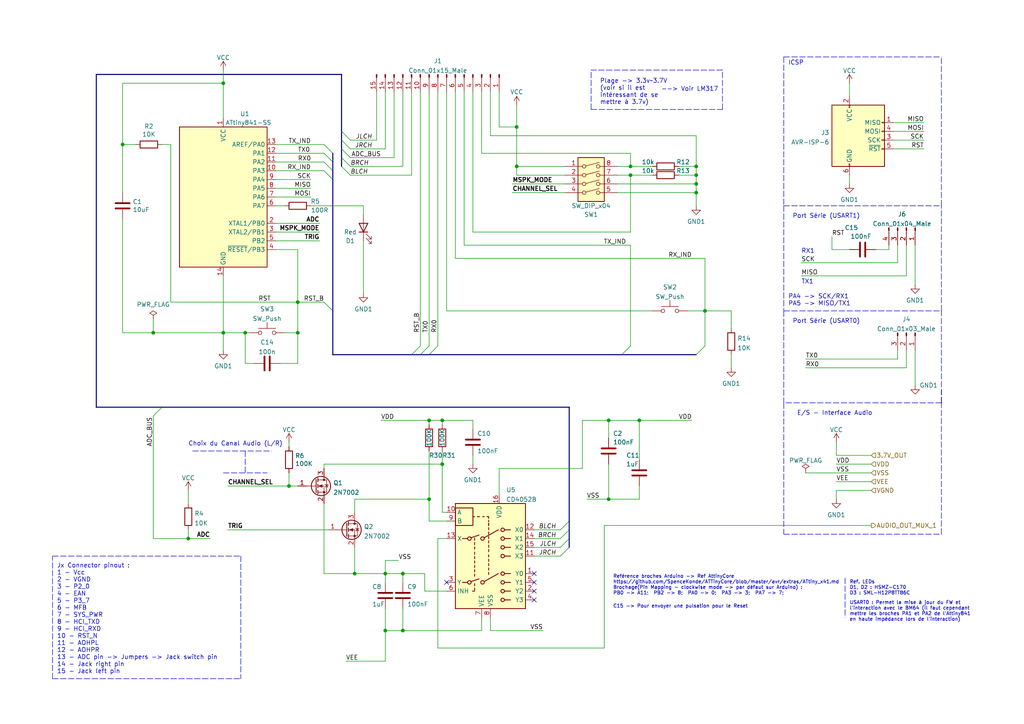
<source format=kicad_sch>
(kicad_sch (version 20211123) (generator eeschema)

  (uuid ed4af03a-a821-409a-b2bf-af50d050d35e)

  (paper "A4")

  (title_block
    (title "Embedded Speaker")
    (date "2022-01-24")
    (rev "3.0")
    (company "Université Paul Sabatier")
  )

  (lib_symbols
    (symbol "Analog_Switch:CD4052B" (in_bom yes) (on_board yes)
      (property "Reference" "U" (id 0) (at -10.16 16.51 0)
        (effects (font (size 1.27 1.27)) (justify left))
      )
      (property "Value" "CD4052B" (id 1) (at 3.81 16.51 0)
        (effects (font (size 1.27 1.27)) (justify left))
      )
      (property "Footprint" "" (id 2) (at 3.81 -19.05 0)
        (effects (font (size 1.27 1.27)) (justify left) hide)
      )
      (property "Datasheet" "http://www.ti.com/lit/ds/symlink/cd4052b.pdf" (id 3) (at -0.508 5.08 0)
        (effects (font (size 1.27 1.27)) hide)
      )
      (property "ki_keywords" "analog switch selector multiplexer" (id 4) (at 0 0 0)
        (effects (font (size 1.27 1.27)) hide)
      )
      (property "ki_description" "CMOS double 4-channel analog multiplexer/demultiplexer, TSSOP-16/DIP-16/SOIC-16" (id 5) (at 0 0 0)
        (effects (font (size 1.27 1.27)) hide)
      )
      (property "ki_fp_filters" "TSSOP*4.4x5mm*P0.65mm* DIP*W7.62* SOIC*3.9x9.9mm*P1.27mm* SO*5.3x10.2mm*P1.27mm*" (id 6) (at 0 0 0)
        (effects (font (size 1.27 1.27)) hide)
      )
      (symbol "CD4052B_0_1"
        (rectangle (start -10.16 8.89) (end -5.08 13.97)
          (stroke (width 0.254) (type default) (color 0 0 0 0))
          (fill (type none))
        )
        (rectangle (start -10.16 15.24) (end 10.16 -15.24)
          (stroke (width 0.254) (type default) (color 0 0 0 0))
          (fill (type background))
        )
        (circle (center -6.096 -7.62) (radius 0.508)
          (stroke (width 0.254) (type default) (color 0 0 0 0))
          (fill (type none))
        )
        (circle (center -6.096 5.08) (radius 0.508)
          (stroke (width 0.254) (type default) (color 0 0 0 0))
          (fill (type none))
        )
        (circle (center -2.286 -7.62) (radius 0.508)
          (stroke (width 0.254) (type default) (color 0 0 0 0))
          (fill (type none))
        )
        (circle (center -2.286 5.08) (radius 0.508)
          (stroke (width 0.254) (type default) (color 0 0 0 0))
          (fill (type none))
        )
        (polyline
          (pts
            (xy -8.128 -7.62)
            (xy -6.604 -7.62)
          )
          (stroke (width 0.254) (type default) (color 0 0 0 0))
          (fill (type none))
        )
        (polyline
          (pts
            (xy -8.128 5.08)
            (xy -6.604 5.08)
          )
          (stroke (width 0.254) (type default) (color 0 0 0 0))
          (fill (type none))
        )
        (polyline
          (pts
            (xy -5.588 -7.366)
            (xy -3.302 -6.604)
          )
          (stroke (width 0.254) (type default) (color 0 0 0 0))
          (fill (type none))
        )
        (polyline
          (pts
            (xy -5.588 5.334)
            (xy -3.302 6.096)
          )
          (stroke (width 0.254) (type default) (color 0 0 0 0))
          (fill (type none))
        )
        (polyline
          (pts
            (xy -4.572 -10.16)
            (xy -5.207 -10.16)
          )
          (stroke (width 0.254) (type default) (color 0 0 0 0))
          (fill (type none))
        )
        (polyline
          (pts
            (xy -4.572 -9.906)
            (xy -4.572 -9.271)
          )
          (stroke (width 0.254) (type default) (color 0 0 0 0))
          (fill (type none))
        )
        (polyline
          (pts
            (xy -4.572 -8.636)
            (xy -4.572 -8.001)
          )
          (stroke (width 0.254) (type default) (color 0 0 0 0))
          (fill (type none))
        )
        (polyline
          (pts
            (xy -4.572 -5.842)
            (xy -4.572 -5.207)
          )
          (stroke (width 0.254) (type default) (color 0 0 0 0))
          (fill (type none))
        )
        (polyline
          (pts
            (xy -4.572 -4.572)
            (xy -4.572 -3.937)
          )
          (stroke (width 0.254) (type default) (color 0 0 0 0))
          (fill (type none))
        )
        (polyline
          (pts
            (xy -4.572 -3.302)
            (xy -4.572 -2.667)
          )
          (stroke (width 0.254) (type default) (color 0 0 0 0))
          (fill (type none))
        )
        (polyline
          (pts
            (xy -4.572 -2.032)
            (xy -4.572 -1.397)
          )
          (stroke (width 0.254) (type default) (color 0 0 0 0))
          (fill (type none))
        )
        (polyline
          (pts
            (xy -4.572 -0.762)
            (xy -4.572 -0.127)
          )
          (stroke (width 0.254) (type default) (color 0 0 0 0))
          (fill (type none))
        )
        (polyline
          (pts
            (xy -4.572 0.508)
            (xy -4.572 1.143)
          )
          (stroke (width 0.254) (type default) (color 0 0 0 0))
          (fill (type none))
        )
        (polyline
          (pts
            (xy -4.572 2.032)
            (xy -4.572 2.667)
          )
          (stroke (width 0.254) (type default) (color 0 0 0 0))
          (fill (type none))
        )
        (polyline
          (pts
            (xy -4.572 3.302)
            (xy -4.572 3.937)
          )
          (stroke (width 0.254) (type default) (color 0 0 0 0))
          (fill (type none))
        )
        (polyline
          (pts
            (xy -4.572 4.572)
            (xy -4.572 5.207)
          )
          (stroke (width 0.254) (type default) (color 0 0 0 0))
          (fill (type none))
        )
        (polyline
          (pts
            (xy -4.572 11.43)
            (xy -5.08 11.43)
          )
          (stroke (width 0.254) (type default) (color 0 0 0 0))
          (fill (type none))
        )
        (polyline
          (pts
            (xy -3.81 11.43)
            (xy -3.175 11.43)
          )
          (stroke (width 0.254) (type default) (color 0 0 0 0))
          (fill (type none))
        )
        (polyline
          (pts
            (xy -1.778 -7.366)
            (xy 2.286 -5.08)
          )
          (stroke (width 0.254) (type default) (color 0 0 0 0))
          (fill (type none))
        )
        (polyline
          (pts
            (xy -1.778 5.334)
            (xy 2.286 7.62)
          )
          (stroke (width 0.254) (type default) (color 0 0 0 0))
          (fill (type none))
        )
        (polyline
          (pts
            (xy -1.778 11.43)
            (xy -2.286 11.43)
          )
          (stroke (width 0.254) (type default) (color 0 0 0 0))
          (fill (type none))
        )
        (polyline
          (pts
            (xy -0.508 -5.334)
            (xy -0.508 -4.699)
          )
          (stroke (width 0.254) (type default) (color 0 0 0 0))
          (fill (type none))
        )
        (polyline
          (pts
            (xy -0.508 -4.064)
            (xy -0.508 -3.429)
          )
          (stroke (width 0.254) (type default) (color 0 0 0 0))
          (fill (type none))
        )
        (polyline
          (pts
            (xy -0.508 -2.794)
            (xy -0.508 -2.159)
          )
          (stroke (width 0.254) (type default) (color 0 0 0 0))
          (fill (type none))
        )
        (polyline
          (pts
            (xy -0.508 -1.524)
            (xy -0.508 -0.889)
          )
          (stroke (width 0.254) (type default) (color 0 0 0 0))
          (fill (type none))
        )
        (polyline
          (pts
            (xy -0.508 -0.254)
            (xy -0.508 0.381)
          )
          (stroke (width 0.254) (type default) (color 0 0 0 0))
          (fill (type none))
        )
        (polyline
          (pts
            (xy -0.508 1.27)
            (xy -0.508 1.905)
          )
          (stroke (width 0.254) (type default) (color 0 0 0 0))
          (fill (type none))
        )
        (polyline
          (pts
            (xy -0.508 2.54)
            (xy -0.508 3.175)
          )
          (stroke (width 0.254) (type default) (color 0 0 0 0))
          (fill (type none))
        )
        (polyline
          (pts
            (xy -0.508 3.81)
            (xy -0.508 4.445)
          )
          (stroke (width 0.254) (type default) (color 0 0 0 0))
          (fill (type none))
        )
        (polyline
          (pts
            (xy -0.508 5.08)
            (xy -0.508 5.715)
          )
          (stroke (width 0.254) (type default) (color 0 0 0 0))
          (fill (type none))
        )
        (polyline
          (pts
            (xy -0.508 6.35)
            (xy -0.508 6.985)
          )
          (stroke (width 0.254) (type default) (color 0 0 0 0))
          (fill (type none))
        )
        (polyline
          (pts
            (xy -0.508 7.62)
            (xy -0.508 8.255)
          )
          (stroke (width 0.254) (type default) (color 0 0 0 0))
          (fill (type none))
        )
        (polyline
          (pts
            (xy -0.508 8.89)
            (xy -0.508 9.398)
          )
          (stroke (width 0.254) (type default) (color 0 0 0 0))
          (fill (type none))
        )
        (polyline
          (pts
            (xy -0.508 8.89)
            (xy -0.508 9.525)
          )
          (stroke (width 0.254) (type default) (color 0 0 0 0))
          (fill (type none))
        )
        (polyline
          (pts
            (xy -0.508 9.906)
            (xy -0.508 10.414)
          )
          (stroke (width 0.254) (type default) (color 0 0 0 0))
          (fill (type none))
        )
        (polyline
          (pts
            (xy -0.508 10.922)
            (xy -0.508 11.43)
          )
          (stroke (width 0.254) (type default) (color 0 0 0 0))
          (fill (type none))
        )
        (polyline
          (pts
            (xy -0.508 11.43)
            (xy -1.016 11.43)
          )
          (stroke (width 0.254) (type default) (color 0 0 0 0))
          (fill (type none))
        )
        (polyline
          (pts
            (xy 4.064 -12.7)
            (xy 5.842 -12.7)
          )
          (stroke (width 0.254) (type default) (color 0 0 0 0))
          (fill (type none))
        )
        (polyline
          (pts
            (xy 4.064 -10.16)
            (xy 5.842 -10.16)
          )
          (stroke (width 0.254) (type default) (color 0 0 0 0))
          (fill (type none))
        )
        (polyline
          (pts
            (xy 4.064 -7.62)
            (xy 5.842 -7.62)
          )
          (stroke (width 0.254) (type default) (color 0 0 0 0))
          (fill (type none))
        )
        (polyline
          (pts
            (xy 4.064 -5.08)
            (xy 5.842 -5.08)
          )
          (stroke (width 0.254) (type default) (color 0 0 0 0))
          (fill (type none))
        )
        (polyline
          (pts
            (xy 4.064 0)
            (xy 5.842 0)
          )
          (stroke (width 0.254) (type default) (color 0 0 0 0))
          (fill (type none))
        )
        (polyline
          (pts
            (xy 4.064 2.54)
            (xy 5.842 2.54)
          )
          (stroke (width 0.254) (type default) (color 0 0 0 0))
          (fill (type none))
        )
        (polyline
          (pts
            (xy 4.064 5.08)
            (xy 5.842 5.08)
          )
          (stroke (width 0.254) (type default) (color 0 0 0 0))
          (fill (type none))
        )
        (polyline
          (pts
            (xy 4.064 7.62)
            (xy 5.842 7.62)
          )
          (stroke (width 0.254) (type default) (color 0 0 0 0))
          (fill (type none))
        )
        (circle (center 3.556 -12.7) (radius 0.508)
          (stroke (width 0.254) (type default) (color 0 0 0 0))
          (fill (type none))
        )
        (circle (center 3.556 -10.16) (radius 0.508)
          (stroke (width 0.254) (type default) (color 0 0 0 0))
          (fill (type none))
        )
        (circle (center 3.556 -7.62) (radius 0.508)
          (stroke (width 0.254) (type default) (color 0 0 0 0))
          (fill (type none))
        )
        (circle (center 3.556 -5.08) (radius 0.508)
          (stroke (width 0.254) (type default) (color 0 0 0 0))
          (fill (type none))
        )
        (circle (center 3.556 0) (radius 0.508)
          (stroke (width 0.254) (type default) (color 0 0 0 0))
          (fill (type none))
        )
        (circle (center 3.556 2.54) (radius 0.508)
          (stroke (width 0.254) (type default) (color 0 0 0 0))
          (fill (type none))
        )
        (circle (center 3.556 5.08) (radius 0.508)
          (stroke (width 0.254) (type default) (color 0 0 0 0))
          (fill (type none))
        )
        (circle (center 3.556 7.62) (radius 0.508)
          (stroke (width 0.254) (type default) (color 0 0 0 0))
          (fill (type none))
        )
      )
      (symbol "CD4052B_1_1"
        (pin bidirectional line (at 12.7 -5.08 180) (length 2.54)
          (name "Y0" (effects (font (size 1.27 1.27))))
          (number "1" (effects (font (size 1.27 1.27))))
        )
        (pin input line (at -12.7 12.7 0) (length 2.54)
          (name "A" (effects (font (size 1.27 1.27))))
          (number "10" (effects (font (size 1.27 1.27))))
        )
        (pin bidirectional line (at 12.7 0 180) (length 2.54)
          (name "X3" (effects (font (size 1.27 1.27))))
          (number "11" (effects (font (size 1.27 1.27))))
        )
        (pin bidirectional line (at 12.7 7.62 180) (length 2.54)
          (name "X0" (effects (font (size 1.27 1.27))))
          (number "12" (effects (font (size 1.27 1.27))))
        )
        (pin bidirectional line (at -12.7 5.08 0) (length 2.54)
          (name "X" (effects (font (size 1.27 1.27))))
          (number "13" (effects (font (size 1.27 1.27))))
        )
        (pin bidirectional line (at 12.7 5.08 180) (length 2.54)
          (name "X1" (effects (font (size 1.27 1.27))))
          (number "14" (effects (font (size 1.27 1.27))))
        )
        (pin bidirectional line (at 12.7 2.54 180) (length 2.54)
          (name "X2" (effects (font (size 1.27 1.27))))
          (number "15" (effects (font (size 1.27 1.27))))
        )
        (pin power_in line (at 2.54 17.78 270) (length 2.54)
          (name "VDD" (effects (font (size 1.27 1.27))))
          (number "16" (effects (font (size 1.27 1.27))))
        )
        (pin bidirectional line (at 12.7 -10.16 180) (length 2.54)
          (name "Y2" (effects (font (size 1.27 1.27))))
          (number "2" (effects (font (size 1.27 1.27))))
        )
        (pin bidirectional line (at -12.7 -7.62 0) (length 2.54)
          (name "Y" (effects (font (size 1.27 1.27))))
          (number "3" (effects (font (size 1.27 1.27))))
        )
        (pin bidirectional line (at 12.7 -12.7 180) (length 2.54)
          (name "Y3" (effects (font (size 1.27 1.27))))
          (number "4" (effects (font (size 1.27 1.27))))
        )
        (pin bidirectional line (at 12.7 -7.62 180) (length 2.54)
          (name "Y1" (effects (font (size 1.27 1.27))))
          (number "5" (effects (font (size 1.27 1.27))))
        )
        (pin input line (at -12.7 -10.16 0) (length 2.54)
          (name "INH" (effects (font (size 1.27 1.27))))
          (number "6" (effects (font (size 1.27 1.27))))
        )
        (pin power_in line (at -2.54 -17.78 90) (length 2.54)
          (name "VEE" (effects (font (size 1.27 1.27))))
          (number "7" (effects (font (size 1.27 1.27))))
        )
        (pin power_in line (at 0 -17.78 90) (length 2.54)
          (name "VSS" (effects (font (size 1.27 1.27))))
          (number "8" (effects (font (size 1.27 1.27))))
        )
        (pin input line (at -12.7 10.16 0) (length 2.54)
          (name "B" (effects (font (size 1.27 1.27))))
          (number "9" (effects (font (size 1.27 1.27))))
        )
      )
    )
    (symbol "Connector:AVR-ISP-6" (pin_names (offset 1.016)) (in_bom yes) (on_board yes)
      (property "Reference" "J" (id 0) (at -6.35 11.43 0)
        (effects (font (size 1.27 1.27)) (justify left))
      )
      (property "Value" "AVR-ISP-6" (id 1) (at 0 11.43 0)
        (effects (font (size 1.27 1.27)) (justify left))
      )
      (property "Footprint" "" (id 2) (at -6.35 1.27 90)
        (effects (font (size 1.27 1.27)) hide)
      )
      (property "Datasheet" " ~" (id 3) (at -32.385 -13.97 0)
        (effects (font (size 1.27 1.27)) hide)
      )
      (property "ki_keywords" "AVR ISP Connector" (id 4) (at 0 0 0)
        (effects (font (size 1.27 1.27)) hide)
      )
      (property "ki_description" "Atmel 6-pin ISP connector" (id 5) (at 0 0 0)
        (effects (font (size 1.27 1.27)) hide)
      )
      (property "ki_fp_filters" "IDC?Header*2x03* Pin?Header*2x03*" (id 6) (at 0 0 0)
        (effects (font (size 1.27 1.27)) hide)
      )
      (symbol "AVR-ISP-6_0_1"
        (rectangle (start -2.667 -6.858) (end -2.413 -7.62)
          (stroke (width 0) (type default) (color 0 0 0 0))
          (fill (type none))
        )
        (rectangle (start -2.667 10.16) (end -2.413 9.398)
          (stroke (width 0) (type default) (color 0 0 0 0))
          (fill (type none))
        )
        (rectangle (start 7.62 -2.413) (end 6.858 -2.667)
          (stroke (width 0) (type default) (color 0 0 0 0))
          (fill (type none))
        )
        (rectangle (start 7.62 0.127) (end 6.858 -0.127)
          (stroke (width 0) (type default) (color 0 0 0 0))
          (fill (type none))
        )
        (rectangle (start 7.62 2.667) (end 6.858 2.413)
          (stroke (width 0) (type default) (color 0 0 0 0))
          (fill (type none))
        )
        (rectangle (start 7.62 5.207) (end 6.858 4.953)
          (stroke (width 0) (type default) (color 0 0 0 0))
          (fill (type none))
        )
        (rectangle (start 7.62 10.16) (end -7.62 -7.62)
          (stroke (width 0.254) (type default) (color 0 0 0 0))
          (fill (type background))
        )
      )
      (symbol "AVR-ISP-6_1_1"
        (pin passive line (at 10.16 5.08 180) (length 2.54)
          (name "MISO" (effects (font (size 1.27 1.27))))
          (number "1" (effects (font (size 1.27 1.27))))
        )
        (pin passive line (at -2.54 12.7 270) (length 2.54)
          (name "VCC" (effects (font (size 1.27 1.27))))
          (number "2" (effects (font (size 1.27 1.27))))
        )
        (pin passive line (at 10.16 0 180) (length 2.54)
          (name "SCK" (effects (font (size 1.27 1.27))))
          (number "3" (effects (font (size 1.27 1.27))))
        )
        (pin passive line (at 10.16 2.54 180) (length 2.54)
          (name "MOSI" (effects (font (size 1.27 1.27))))
          (number "4" (effects (font (size 1.27 1.27))))
        )
        (pin passive line (at 10.16 -2.54 180) (length 2.54)
          (name "~{RST}" (effects (font (size 1.27 1.27))))
          (number "5" (effects (font (size 1.27 1.27))))
        )
        (pin passive line (at -2.54 -10.16 90) (length 2.54)
          (name "GND" (effects (font (size 1.27 1.27))))
          (number "6" (effects (font (size 1.27 1.27))))
        )
      )
    )
    (symbol "Connector:Conn_01x03_Male" (pin_names (offset 1.016) hide) (in_bom yes) (on_board yes)
      (property "Reference" "J" (id 0) (at 0 5.08 0)
        (effects (font (size 1.27 1.27)))
      )
      (property "Value" "Conn_01x03_Male" (id 1) (at 0 -5.08 0)
        (effects (font (size 1.27 1.27)))
      )
      (property "Footprint" "" (id 2) (at 0 0 0)
        (effects (font (size 1.27 1.27)) hide)
      )
      (property "Datasheet" "~" (id 3) (at 0 0 0)
        (effects (font (size 1.27 1.27)) hide)
      )
      (property "ki_keywords" "connector" (id 4) (at 0 0 0)
        (effects (font (size 1.27 1.27)) hide)
      )
      (property "ki_description" "Generic connector, single row, 01x03, script generated (kicad-library-utils/schlib/autogen/connector/)" (id 5) (at 0 0 0)
        (effects (font (size 1.27 1.27)) hide)
      )
      (property "ki_fp_filters" "Connector*:*_1x??_*" (id 6) (at 0 0 0)
        (effects (font (size 1.27 1.27)) hide)
      )
      (symbol "Conn_01x03_Male_1_1"
        (polyline
          (pts
            (xy 1.27 -2.54)
            (xy 0.8636 -2.54)
          )
          (stroke (width 0.1524) (type default) (color 0 0 0 0))
          (fill (type none))
        )
        (polyline
          (pts
            (xy 1.27 0)
            (xy 0.8636 0)
          )
          (stroke (width 0.1524) (type default) (color 0 0 0 0))
          (fill (type none))
        )
        (polyline
          (pts
            (xy 1.27 2.54)
            (xy 0.8636 2.54)
          )
          (stroke (width 0.1524) (type default) (color 0 0 0 0))
          (fill (type none))
        )
        (rectangle (start 0.8636 -2.413) (end 0 -2.667)
          (stroke (width 0.1524) (type default) (color 0 0 0 0))
          (fill (type outline))
        )
        (rectangle (start 0.8636 0.127) (end 0 -0.127)
          (stroke (width 0.1524) (type default) (color 0 0 0 0))
          (fill (type outline))
        )
        (rectangle (start 0.8636 2.667) (end 0 2.413)
          (stroke (width 0.1524) (type default) (color 0 0 0 0))
          (fill (type outline))
        )
        (pin passive line (at 5.08 2.54 180) (length 3.81)
          (name "Pin_1" (effects (font (size 1.27 1.27))))
          (number "1" (effects (font (size 1.27 1.27))))
        )
        (pin passive line (at 5.08 0 180) (length 3.81)
          (name "Pin_2" (effects (font (size 1.27 1.27))))
          (number "2" (effects (font (size 1.27 1.27))))
        )
        (pin passive line (at 5.08 -2.54 180) (length 3.81)
          (name "Pin_3" (effects (font (size 1.27 1.27))))
          (number "3" (effects (font (size 1.27 1.27))))
        )
      )
    )
    (symbol "Connector:Conn_01x04_Male" (pin_names (offset 1.016) hide) (in_bom yes) (on_board yes)
      (property "Reference" "J" (id 0) (at 0 5.08 0)
        (effects (font (size 1.27 1.27)))
      )
      (property "Value" "Conn_01x04_Male" (id 1) (at 0 -7.62 0)
        (effects (font (size 1.27 1.27)))
      )
      (property "Footprint" "" (id 2) (at 0 0 0)
        (effects (font (size 1.27 1.27)) hide)
      )
      (property "Datasheet" "~" (id 3) (at 0 0 0)
        (effects (font (size 1.27 1.27)) hide)
      )
      (property "ki_keywords" "connector" (id 4) (at 0 0 0)
        (effects (font (size 1.27 1.27)) hide)
      )
      (property "ki_description" "Generic connector, single row, 01x04, script generated (kicad-library-utils/schlib/autogen/connector/)" (id 5) (at 0 0 0)
        (effects (font (size 1.27 1.27)) hide)
      )
      (property "ki_fp_filters" "Connector*:*_1x??_*" (id 6) (at 0 0 0)
        (effects (font (size 1.27 1.27)) hide)
      )
      (symbol "Conn_01x04_Male_1_1"
        (polyline
          (pts
            (xy 1.27 -5.08)
            (xy 0.8636 -5.08)
          )
          (stroke (width 0.1524) (type default) (color 0 0 0 0))
          (fill (type none))
        )
        (polyline
          (pts
            (xy 1.27 -2.54)
            (xy 0.8636 -2.54)
          )
          (stroke (width 0.1524) (type default) (color 0 0 0 0))
          (fill (type none))
        )
        (polyline
          (pts
            (xy 1.27 0)
            (xy 0.8636 0)
          )
          (stroke (width 0.1524) (type default) (color 0 0 0 0))
          (fill (type none))
        )
        (polyline
          (pts
            (xy 1.27 2.54)
            (xy 0.8636 2.54)
          )
          (stroke (width 0.1524) (type default) (color 0 0 0 0))
          (fill (type none))
        )
        (rectangle (start 0.8636 -4.953) (end 0 -5.207)
          (stroke (width 0.1524) (type default) (color 0 0 0 0))
          (fill (type outline))
        )
        (rectangle (start 0.8636 -2.413) (end 0 -2.667)
          (stroke (width 0.1524) (type default) (color 0 0 0 0))
          (fill (type outline))
        )
        (rectangle (start 0.8636 0.127) (end 0 -0.127)
          (stroke (width 0.1524) (type default) (color 0 0 0 0))
          (fill (type outline))
        )
        (rectangle (start 0.8636 2.667) (end 0 2.413)
          (stroke (width 0.1524) (type default) (color 0 0 0 0))
          (fill (type outline))
        )
        (pin passive line (at 5.08 2.54 180) (length 3.81)
          (name "Pin_1" (effects (font (size 1.27 1.27))))
          (number "1" (effects (font (size 1.27 1.27))))
        )
        (pin passive line (at 5.08 0 180) (length 3.81)
          (name "Pin_2" (effects (font (size 1.27 1.27))))
          (number "2" (effects (font (size 1.27 1.27))))
        )
        (pin passive line (at 5.08 -2.54 180) (length 3.81)
          (name "Pin_3" (effects (font (size 1.27 1.27))))
          (number "3" (effects (font (size 1.27 1.27))))
        )
        (pin passive line (at 5.08 -5.08 180) (length 3.81)
          (name "Pin_4" (effects (font (size 1.27 1.27))))
          (number "4" (effects (font (size 1.27 1.27))))
        )
      )
    )
    (symbol "Connector:Conn_01x15_Male" (pin_names (offset 1.016) hide) (in_bom yes) (on_board yes)
      (property "Reference" "J" (id 0) (at 0 20.32 0)
        (effects (font (size 1.27 1.27)))
      )
      (property "Value" "Conn_01x15_Male" (id 1) (at 0 -20.32 0)
        (effects (font (size 1.27 1.27)))
      )
      (property "Footprint" "" (id 2) (at 0 0 0)
        (effects (font (size 1.27 1.27)) hide)
      )
      (property "Datasheet" "~" (id 3) (at 0 0 0)
        (effects (font (size 1.27 1.27)) hide)
      )
      (property "ki_keywords" "connector" (id 4) (at 0 0 0)
        (effects (font (size 1.27 1.27)) hide)
      )
      (property "ki_description" "Generic connector, single row, 01x15, script generated (kicad-library-utils/schlib/autogen/connector/)" (id 5) (at 0 0 0)
        (effects (font (size 1.27 1.27)) hide)
      )
      (property "ki_fp_filters" "Connector*:*_1x??_*" (id 6) (at 0 0 0)
        (effects (font (size 1.27 1.27)) hide)
      )
      (symbol "Conn_01x15_Male_1_1"
        (polyline
          (pts
            (xy 1.27 -17.78)
            (xy 0.8636 -17.78)
          )
          (stroke (width 0.1524) (type default) (color 0 0 0 0))
          (fill (type none))
        )
        (polyline
          (pts
            (xy 1.27 -15.24)
            (xy 0.8636 -15.24)
          )
          (stroke (width 0.1524) (type default) (color 0 0 0 0))
          (fill (type none))
        )
        (polyline
          (pts
            (xy 1.27 -12.7)
            (xy 0.8636 -12.7)
          )
          (stroke (width 0.1524) (type default) (color 0 0 0 0))
          (fill (type none))
        )
        (polyline
          (pts
            (xy 1.27 -10.16)
            (xy 0.8636 -10.16)
          )
          (stroke (width 0.1524) (type default) (color 0 0 0 0))
          (fill (type none))
        )
        (polyline
          (pts
            (xy 1.27 -7.62)
            (xy 0.8636 -7.62)
          )
          (stroke (width 0.1524) (type default) (color 0 0 0 0))
          (fill (type none))
        )
        (polyline
          (pts
            (xy 1.27 -5.08)
            (xy 0.8636 -5.08)
          )
          (stroke (width 0.1524) (type default) (color 0 0 0 0))
          (fill (type none))
        )
        (polyline
          (pts
            (xy 1.27 -2.54)
            (xy 0.8636 -2.54)
          )
          (stroke (width 0.1524) (type default) (color 0 0 0 0))
          (fill (type none))
        )
        (polyline
          (pts
            (xy 1.27 0)
            (xy 0.8636 0)
          )
          (stroke (width 0.1524) (type default) (color 0 0 0 0))
          (fill (type none))
        )
        (polyline
          (pts
            (xy 1.27 2.54)
            (xy 0.8636 2.54)
          )
          (stroke (width 0.1524) (type default) (color 0 0 0 0))
          (fill (type none))
        )
        (polyline
          (pts
            (xy 1.27 5.08)
            (xy 0.8636 5.08)
          )
          (stroke (width 0.1524) (type default) (color 0 0 0 0))
          (fill (type none))
        )
        (polyline
          (pts
            (xy 1.27 7.62)
            (xy 0.8636 7.62)
          )
          (stroke (width 0.1524) (type default) (color 0 0 0 0))
          (fill (type none))
        )
        (polyline
          (pts
            (xy 1.27 10.16)
            (xy 0.8636 10.16)
          )
          (stroke (width 0.1524) (type default) (color 0 0 0 0))
          (fill (type none))
        )
        (polyline
          (pts
            (xy 1.27 12.7)
            (xy 0.8636 12.7)
          )
          (stroke (width 0.1524) (type default) (color 0 0 0 0))
          (fill (type none))
        )
        (polyline
          (pts
            (xy 1.27 15.24)
            (xy 0.8636 15.24)
          )
          (stroke (width 0.1524) (type default) (color 0 0 0 0))
          (fill (type none))
        )
        (polyline
          (pts
            (xy 1.27 17.78)
            (xy 0.8636 17.78)
          )
          (stroke (width 0.1524) (type default) (color 0 0 0 0))
          (fill (type none))
        )
        (rectangle (start 0.8636 -17.653) (end 0 -17.907)
          (stroke (width 0.1524) (type default) (color 0 0 0 0))
          (fill (type outline))
        )
        (rectangle (start 0.8636 -15.113) (end 0 -15.367)
          (stroke (width 0.1524) (type default) (color 0 0 0 0))
          (fill (type outline))
        )
        (rectangle (start 0.8636 -12.573) (end 0 -12.827)
          (stroke (width 0.1524) (type default) (color 0 0 0 0))
          (fill (type outline))
        )
        (rectangle (start 0.8636 -10.033) (end 0 -10.287)
          (stroke (width 0.1524) (type default) (color 0 0 0 0))
          (fill (type outline))
        )
        (rectangle (start 0.8636 -7.493) (end 0 -7.747)
          (stroke (width 0.1524) (type default) (color 0 0 0 0))
          (fill (type outline))
        )
        (rectangle (start 0.8636 -4.953) (end 0 -5.207)
          (stroke (width 0.1524) (type default) (color 0 0 0 0))
          (fill (type outline))
        )
        (rectangle (start 0.8636 -2.413) (end 0 -2.667)
          (stroke (width 0.1524) (type default) (color 0 0 0 0))
          (fill (type outline))
        )
        (rectangle (start 0.8636 0.127) (end 0 -0.127)
          (stroke (width 0.1524) (type default) (color 0 0 0 0))
          (fill (type outline))
        )
        (rectangle (start 0.8636 2.667) (end 0 2.413)
          (stroke (width 0.1524) (type default) (color 0 0 0 0))
          (fill (type outline))
        )
        (rectangle (start 0.8636 5.207) (end 0 4.953)
          (stroke (width 0.1524) (type default) (color 0 0 0 0))
          (fill (type outline))
        )
        (rectangle (start 0.8636 7.747) (end 0 7.493)
          (stroke (width 0.1524) (type default) (color 0 0 0 0))
          (fill (type outline))
        )
        (rectangle (start 0.8636 10.287) (end 0 10.033)
          (stroke (width 0.1524) (type default) (color 0 0 0 0))
          (fill (type outline))
        )
        (rectangle (start 0.8636 12.827) (end 0 12.573)
          (stroke (width 0.1524) (type default) (color 0 0 0 0))
          (fill (type outline))
        )
        (rectangle (start 0.8636 15.367) (end 0 15.113)
          (stroke (width 0.1524) (type default) (color 0 0 0 0))
          (fill (type outline))
        )
        (rectangle (start 0.8636 17.907) (end 0 17.653)
          (stroke (width 0.1524) (type default) (color 0 0 0 0))
          (fill (type outline))
        )
        (pin passive line (at 5.08 17.78 180) (length 3.81)
          (name "Pin_1" (effects (font (size 1.27 1.27))))
          (number "1" (effects (font (size 1.27 1.27))))
        )
        (pin passive line (at 5.08 -5.08 180) (length 3.81)
          (name "Pin_10" (effects (font (size 1.27 1.27))))
          (number "10" (effects (font (size 1.27 1.27))))
        )
        (pin passive line (at 5.08 -7.62 180) (length 3.81)
          (name "Pin_11" (effects (font (size 1.27 1.27))))
          (number "11" (effects (font (size 1.27 1.27))))
        )
        (pin passive line (at 5.08 -10.16 180) (length 3.81)
          (name "Pin_12" (effects (font (size 1.27 1.27))))
          (number "12" (effects (font (size 1.27 1.27))))
        )
        (pin passive line (at 5.08 -12.7 180) (length 3.81)
          (name "Pin_13" (effects (font (size 1.27 1.27))))
          (number "13" (effects (font (size 1.27 1.27))))
        )
        (pin passive line (at 5.08 -15.24 180) (length 3.81)
          (name "Pin_14" (effects (font (size 1.27 1.27))))
          (number "14" (effects (font (size 1.27 1.27))))
        )
        (pin passive line (at 5.08 -17.78 180) (length 3.81)
          (name "Pin_15" (effects (font (size 1.27 1.27))))
          (number "15" (effects (font (size 1.27 1.27))))
        )
        (pin passive line (at 5.08 15.24 180) (length 3.81)
          (name "Pin_2" (effects (font (size 1.27 1.27))))
          (number "2" (effects (font (size 1.27 1.27))))
        )
        (pin passive line (at 5.08 12.7 180) (length 3.81)
          (name "Pin_3" (effects (font (size 1.27 1.27))))
          (number "3" (effects (font (size 1.27 1.27))))
        )
        (pin passive line (at 5.08 10.16 180) (length 3.81)
          (name "Pin_4" (effects (font (size 1.27 1.27))))
          (number "4" (effects (font (size 1.27 1.27))))
        )
        (pin passive line (at 5.08 7.62 180) (length 3.81)
          (name "Pin_5" (effects (font (size 1.27 1.27))))
          (number "5" (effects (font (size 1.27 1.27))))
        )
        (pin passive line (at 5.08 5.08 180) (length 3.81)
          (name "Pin_6" (effects (font (size 1.27 1.27))))
          (number "6" (effects (font (size 1.27 1.27))))
        )
        (pin passive line (at 5.08 2.54 180) (length 3.81)
          (name "Pin_7" (effects (font (size 1.27 1.27))))
          (number "7" (effects (font (size 1.27 1.27))))
        )
        (pin passive line (at 5.08 0 180) (length 3.81)
          (name "Pin_8" (effects (font (size 1.27 1.27))))
          (number "8" (effects (font (size 1.27 1.27))))
        )
        (pin passive line (at 5.08 -2.54 180) (length 3.81)
          (name "Pin_9" (effects (font (size 1.27 1.27))))
          (number "9" (effects (font (size 1.27 1.27))))
        )
      )
    )
    (symbol "Device:C" (pin_numbers hide) (pin_names (offset 0.254)) (in_bom yes) (on_board yes)
      (property "Reference" "C" (id 0) (at 0.635 2.54 0)
        (effects (font (size 1.27 1.27)) (justify left))
      )
      (property "Value" "C" (id 1) (at 0.635 -2.54 0)
        (effects (font (size 1.27 1.27)) (justify left))
      )
      (property "Footprint" "" (id 2) (at 0.9652 -3.81 0)
        (effects (font (size 1.27 1.27)) hide)
      )
      (property "Datasheet" "~" (id 3) (at 0 0 0)
        (effects (font (size 1.27 1.27)) hide)
      )
      (property "ki_keywords" "cap capacitor" (id 4) (at 0 0 0)
        (effects (font (size 1.27 1.27)) hide)
      )
      (property "ki_description" "Unpolarized capacitor" (id 5) (at 0 0 0)
        (effects (font (size 1.27 1.27)) hide)
      )
      (property "ki_fp_filters" "C_*" (id 6) (at 0 0 0)
        (effects (font (size 1.27 1.27)) hide)
      )
      (symbol "C_0_1"
        (polyline
          (pts
            (xy -2.032 -0.762)
            (xy 2.032 -0.762)
          )
          (stroke (width 0.508) (type default) (color 0 0 0 0))
          (fill (type none))
        )
        (polyline
          (pts
            (xy -2.032 0.762)
            (xy 2.032 0.762)
          )
          (stroke (width 0.508) (type default) (color 0 0 0 0))
          (fill (type none))
        )
      )
      (symbol "C_1_1"
        (pin passive line (at 0 3.81 270) (length 2.794)
          (name "~" (effects (font (size 1.27 1.27))))
          (number "1" (effects (font (size 1.27 1.27))))
        )
        (pin passive line (at 0 -3.81 90) (length 2.794)
          (name "~" (effects (font (size 1.27 1.27))))
          (number "2" (effects (font (size 1.27 1.27))))
        )
      )
    )
    (symbol "Device:LED" (pin_numbers hide) (pin_names (offset 1.016) hide) (in_bom yes) (on_board yes)
      (property "Reference" "D" (id 0) (at 0 2.54 0)
        (effects (font (size 1.27 1.27)))
      )
      (property "Value" "LED" (id 1) (at 0 -2.54 0)
        (effects (font (size 1.27 1.27)))
      )
      (property "Footprint" "" (id 2) (at 0 0 0)
        (effects (font (size 1.27 1.27)) hide)
      )
      (property "Datasheet" "~" (id 3) (at 0 0 0)
        (effects (font (size 1.27 1.27)) hide)
      )
      (property "ki_keywords" "LED diode" (id 4) (at 0 0 0)
        (effects (font (size 1.27 1.27)) hide)
      )
      (property "ki_description" "Light emitting diode" (id 5) (at 0 0 0)
        (effects (font (size 1.27 1.27)) hide)
      )
      (property "ki_fp_filters" "LED* LED_SMD:* LED_THT:*" (id 6) (at 0 0 0)
        (effects (font (size 1.27 1.27)) hide)
      )
      (symbol "LED_0_1"
        (polyline
          (pts
            (xy -1.27 -1.27)
            (xy -1.27 1.27)
          )
          (stroke (width 0.254) (type default) (color 0 0 0 0))
          (fill (type none))
        )
        (polyline
          (pts
            (xy -1.27 0)
            (xy 1.27 0)
          )
          (stroke (width 0) (type default) (color 0 0 0 0))
          (fill (type none))
        )
        (polyline
          (pts
            (xy 1.27 -1.27)
            (xy 1.27 1.27)
            (xy -1.27 0)
            (xy 1.27 -1.27)
          )
          (stroke (width 0.254) (type default) (color 0 0 0 0))
          (fill (type none))
        )
        (polyline
          (pts
            (xy -3.048 -0.762)
            (xy -4.572 -2.286)
            (xy -3.81 -2.286)
            (xy -4.572 -2.286)
            (xy -4.572 -1.524)
          )
          (stroke (width 0) (type default) (color 0 0 0 0))
          (fill (type none))
        )
        (polyline
          (pts
            (xy -1.778 -0.762)
            (xy -3.302 -2.286)
            (xy -2.54 -2.286)
            (xy -3.302 -2.286)
            (xy -3.302 -1.524)
          )
          (stroke (width 0) (type default) (color 0 0 0 0))
          (fill (type none))
        )
      )
      (symbol "LED_1_1"
        (pin passive line (at -3.81 0 0) (length 2.54)
          (name "K" (effects (font (size 1.27 1.27))))
          (number "1" (effects (font (size 1.27 1.27))))
        )
        (pin passive line (at 3.81 0 180) (length 2.54)
          (name "A" (effects (font (size 1.27 1.27))))
          (number "2" (effects (font (size 1.27 1.27))))
        )
      )
    )
    (symbol "Device:R" (pin_numbers hide) (pin_names (offset 0)) (in_bom yes) (on_board yes)
      (property "Reference" "R" (id 0) (at 2.032 0 90)
        (effects (font (size 1.27 1.27)))
      )
      (property "Value" "R" (id 1) (at 0 0 90)
        (effects (font (size 1.27 1.27)))
      )
      (property "Footprint" "" (id 2) (at -1.778 0 90)
        (effects (font (size 1.27 1.27)) hide)
      )
      (property "Datasheet" "~" (id 3) (at 0 0 0)
        (effects (font (size 1.27 1.27)) hide)
      )
      (property "ki_keywords" "R res resistor" (id 4) (at 0 0 0)
        (effects (font (size 1.27 1.27)) hide)
      )
      (property "ki_description" "Resistor" (id 5) (at 0 0 0)
        (effects (font (size 1.27 1.27)) hide)
      )
      (property "ki_fp_filters" "R_*" (id 6) (at 0 0 0)
        (effects (font (size 1.27 1.27)) hide)
      )
      (symbol "R_0_1"
        (rectangle (start -1.016 -2.54) (end 1.016 2.54)
          (stroke (width 0.254) (type default) (color 0 0 0 0))
          (fill (type none))
        )
      )
      (symbol "R_1_1"
        (pin passive line (at 0 3.81 270) (length 1.27)
          (name "~" (effects (font (size 1.27 1.27))))
          (number "1" (effects (font (size 1.27 1.27))))
        )
        (pin passive line (at 0 -3.81 90) (length 1.27)
          (name "~" (effects (font (size 1.27 1.27))))
          (number "2" (effects (font (size 1.27 1.27))))
        )
      )
    )
    (symbol "MCU_Microchip_ATtiny:ATtiny841-SS" (in_bom yes) (on_board yes)
      (property "Reference" "U" (id 0) (at -12.7 21.59 0)
        (effects (font (size 1.27 1.27)) (justify left bottom))
      )
      (property "Value" "ATtiny841-SS" (id 1) (at 2.54 -21.59 0)
        (effects (font (size 1.27 1.27)) (justify left top))
      )
      (property "Footprint" "Package_SO:SOIC-14_3.9x8.7mm_P1.27mm" (id 2) (at 0 0 0)
        (effects (font (size 1.27 1.27) italic) hide)
      )
      (property "Datasheet" "http://ww1.microchip.com/downloads/en/DeviceDoc/Atmel-8495-8-bit-AVR-Microcontrollers-ATtiny441-ATtiny841_Datasheet.pdf" (id 3) (at 0 0 0)
        (effects (font (size 1.27 1.27)) hide)
      )
      (property "ki_keywords" "AVR 8bit Microcontroller tinyAVR" (id 4) (at 0 0 0)
        (effects (font (size 1.27 1.27)) hide)
      )
      (property "ki_description" "16MHz, 8kB Flash, 512B SRAM, 512B EEPROM, ADC, ACI, debugWIRE, SOIC-14" (id 5) (at 0 0 0)
        (effects (font (size 1.27 1.27)) hide)
      )
      (property "ki_fp_filters" "SOIC*3.9x8.7mm*P1.27mm*" (id 6) (at 0 0 0)
        (effects (font (size 1.27 1.27)) hide)
      )
      (symbol "ATtiny841-SS_0_1"
        (rectangle (start -12.7 -20.32) (end 12.7 20.32)
          (stroke (width 0.254) (type default) (color 0 0 0 0))
          (fill (type background))
        )
      )
      (symbol "ATtiny841-SS_1_1"
        (pin power_in line (at 0 22.86 270) (length 2.54)
          (name "VCC" (effects (font (size 1.27 1.27))))
          (number "1" (effects (font (size 1.27 1.27))))
        )
        (pin bidirectional line (at 15.24 7.62 180) (length 2.54)
          (name "PA3" (effects (font (size 1.27 1.27))))
          (number "10" (effects (font (size 1.27 1.27))))
        )
        (pin bidirectional line (at 15.24 10.16 180) (length 2.54)
          (name "PA2" (effects (font (size 1.27 1.27))))
          (number "11" (effects (font (size 1.27 1.27))))
        )
        (pin bidirectional line (at 15.24 12.7 180) (length 2.54)
          (name "PA1" (effects (font (size 1.27 1.27))))
          (number "12" (effects (font (size 1.27 1.27))))
        )
        (pin bidirectional line (at 15.24 15.24 180) (length 2.54)
          (name "AREF/PA0" (effects (font (size 1.27 1.27))))
          (number "13" (effects (font (size 1.27 1.27))))
        )
        (pin power_in line (at 0 -22.86 90) (length 2.54)
          (name "GND" (effects (font (size 1.27 1.27))))
          (number "14" (effects (font (size 1.27 1.27))))
        )
        (pin bidirectional line (at 15.24 -7.62 180) (length 2.54)
          (name "XTAL1/PB0" (effects (font (size 1.27 1.27))))
          (number "2" (effects (font (size 1.27 1.27))))
        )
        (pin bidirectional line (at 15.24 -10.16 180) (length 2.54)
          (name "XTAL2/PB1" (effects (font (size 1.27 1.27))))
          (number "3" (effects (font (size 1.27 1.27))))
        )
        (pin bidirectional line (at 15.24 -15.24 180) (length 2.54)
          (name "~{RESET}/PB3" (effects (font (size 1.27 1.27))))
          (number "4" (effects (font (size 1.27 1.27))))
        )
        (pin bidirectional line (at 15.24 -12.7 180) (length 2.54)
          (name "PB2" (effects (font (size 1.27 1.27))))
          (number "5" (effects (font (size 1.27 1.27))))
        )
        (pin bidirectional line (at 15.24 -2.54 180) (length 2.54)
          (name "PA7" (effects (font (size 1.27 1.27))))
          (number "6" (effects (font (size 1.27 1.27))))
        )
        (pin bidirectional line (at 15.24 0 180) (length 2.54)
          (name "PA6" (effects (font (size 1.27 1.27))))
          (number "7" (effects (font (size 1.27 1.27))))
        )
        (pin bidirectional line (at 15.24 2.54 180) (length 2.54)
          (name "PA5" (effects (font (size 1.27 1.27))))
          (number "8" (effects (font (size 1.27 1.27))))
        )
        (pin bidirectional line (at 15.24 5.08 180) (length 2.54)
          (name "PA4" (effects (font (size 1.27 1.27))))
          (number "9" (effects (font (size 1.27 1.27))))
        )
      )
    )
    (symbol "Switch:SW_DIP_x04" (pin_names (offset 0) hide) (in_bom yes) (on_board yes)
      (property "Reference" "SW" (id 0) (at 0 8.89 0)
        (effects (font (size 1.27 1.27)))
      )
      (property "Value" "SW_DIP_x04" (id 1) (at 0 -6.35 0)
        (effects (font (size 1.27 1.27)))
      )
      (property "Footprint" "" (id 2) (at 0 0 0)
        (effects (font (size 1.27 1.27)) hide)
      )
      (property "Datasheet" "~" (id 3) (at 0 0 0)
        (effects (font (size 1.27 1.27)) hide)
      )
      (property "ki_keywords" "dip switch" (id 4) (at 0 0 0)
        (effects (font (size 1.27 1.27)) hide)
      )
      (property "ki_description" "4x DIP Switch, Single Pole Single Throw (SPST) switch, small symbol" (id 5) (at 0 0 0)
        (effects (font (size 1.27 1.27)) hide)
      )
      (property "ki_fp_filters" "SW?DIP?x4*" (id 6) (at 0 0 0)
        (effects (font (size 1.27 1.27)) hide)
      )
      (symbol "SW_DIP_x04_0_0"
        (circle (center -2.032 -2.54) (radius 0.508)
          (stroke (width 0) (type default) (color 0 0 0 0))
          (fill (type none))
        )
        (circle (center -2.032 0) (radius 0.508)
          (stroke (width 0) (type default) (color 0 0 0 0))
          (fill (type none))
        )
        (circle (center -2.032 2.54) (radius 0.508)
          (stroke (width 0) (type default) (color 0 0 0 0))
          (fill (type none))
        )
        (circle (center -2.032 5.08) (radius 0.508)
          (stroke (width 0) (type default) (color 0 0 0 0))
          (fill (type none))
        )
        (polyline
          (pts
            (xy -1.524 -2.3876)
            (xy 2.3622 -1.3462)
          )
          (stroke (width 0) (type default) (color 0 0 0 0))
          (fill (type none))
        )
        (polyline
          (pts
            (xy -1.524 0.127)
            (xy 2.3622 1.1684)
          )
          (stroke (width 0) (type default) (color 0 0 0 0))
          (fill (type none))
        )
        (polyline
          (pts
            (xy -1.524 2.667)
            (xy 2.3622 3.7084)
          )
          (stroke (width 0) (type default) (color 0 0 0 0))
          (fill (type none))
        )
        (polyline
          (pts
            (xy -1.524 5.207)
            (xy 2.3622 6.2484)
          )
          (stroke (width 0) (type default) (color 0 0 0 0))
          (fill (type none))
        )
        (circle (center 2.032 -2.54) (radius 0.508)
          (stroke (width 0) (type default) (color 0 0 0 0))
          (fill (type none))
        )
        (circle (center 2.032 0) (radius 0.508)
          (stroke (width 0) (type default) (color 0 0 0 0))
          (fill (type none))
        )
        (circle (center 2.032 2.54) (radius 0.508)
          (stroke (width 0) (type default) (color 0 0 0 0))
          (fill (type none))
        )
        (circle (center 2.032 5.08) (radius 0.508)
          (stroke (width 0) (type default) (color 0 0 0 0))
          (fill (type none))
        )
      )
      (symbol "SW_DIP_x04_0_1"
        (rectangle (start -3.81 7.62) (end 3.81 -5.08)
          (stroke (width 0.254) (type default) (color 0 0 0 0))
          (fill (type background))
        )
      )
      (symbol "SW_DIP_x04_1_1"
        (pin passive line (at -7.62 5.08 0) (length 5.08)
          (name "~" (effects (font (size 1.27 1.27))))
          (number "1" (effects (font (size 1.27 1.27))))
        )
        (pin passive line (at -7.62 2.54 0) (length 5.08)
          (name "~" (effects (font (size 1.27 1.27))))
          (number "2" (effects (font (size 1.27 1.27))))
        )
        (pin passive line (at -7.62 0 0) (length 5.08)
          (name "~" (effects (font (size 1.27 1.27))))
          (number "3" (effects (font (size 1.27 1.27))))
        )
        (pin passive line (at -7.62 -2.54 0) (length 5.08)
          (name "~" (effects (font (size 1.27 1.27))))
          (number "4" (effects (font (size 1.27 1.27))))
        )
        (pin passive line (at 7.62 -2.54 180) (length 5.08)
          (name "~" (effects (font (size 1.27 1.27))))
          (number "5" (effects (font (size 1.27 1.27))))
        )
        (pin passive line (at 7.62 0 180) (length 5.08)
          (name "~" (effects (font (size 1.27 1.27))))
          (number "6" (effects (font (size 1.27 1.27))))
        )
        (pin passive line (at 7.62 2.54 180) (length 5.08)
          (name "~" (effects (font (size 1.27 1.27))))
          (number "7" (effects (font (size 1.27 1.27))))
        )
        (pin passive line (at 7.62 5.08 180) (length 5.08)
          (name "~" (effects (font (size 1.27 1.27))))
          (number "8" (effects (font (size 1.27 1.27))))
        )
      )
    )
    (symbol "Switch:SW_Push" (pin_numbers hide) (pin_names (offset 1.016) hide) (in_bom yes) (on_board yes)
      (property "Reference" "SW" (id 0) (at 1.27 2.54 0)
        (effects (font (size 1.27 1.27)) (justify left))
      )
      (property "Value" "SW_Push" (id 1) (at 0 -1.524 0)
        (effects (font (size 1.27 1.27)))
      )
      (property "Footprint" "" (id 2) (at 0 5.08 0)
        (effects (font (size 1.27 1.27)) hide)
      )
      (property "Datasheet" "~" (id 3) (at 0 5.08 0)
        (effects (font (size 1.27 1.27)) hide)
      )
      (property "ki_keywords" "switch normally-open pushbutton push-button" (id 4) (at 0 0 0)
        (effects (font (size 1.27 1.27)) hide)
      )
      (property "ki_description" "Push button switch, generic, two pins" (id 5) (at 0 0 0)
        (effects (font (size 1.27 1.27)) hide)
      )
      (symbol "SW_Push_0_1"
        (circle (center -2.032 0) (radius 0.508)
          (stroke (width 0) (type default) (color 0 0 0 0))
          (fill (type none))
        )
        (polyline
          (pts
            (xy 0 1.27)
            (xy 0 3.048)
          )
          (stroke (width 0) (type default) (color 0 0 0 0))
          (fill (type none))
        )
        (polyline
          (pts
            (xy 2.54 1.27)
            (xy -2.54 1.27)
          )
          (stroke (width 0) (type default) (color 0 0 0 0))
          (fill (type none))
        )
        (circle (center 2.032 0) (radius 0.508)
          (stroke (width 0) (type default) (color 0 0 0 0))
          (fill (type none))
        )
        (pin passive line (at -5.08 0 0) (length 2.54)
          (name "1" (effects (font (size 1.27 1.27))))
          (number "1" (effects (font (size 1.27 1.27))))
        )
        (pin passive line (at 5.08 0 180) (length 2.54)
          (name "2" (effects (font (size 1.27 1.27))))
          (number "2" (effects (font (size 1.27 1.27))))
        )
      )
    )
    (symbol "Transistor_FET:2N7002" (pin_names hide) (in_bom yes) (on_board yes)
      (property "Reference" "Q" (id 0) (at 5.08 1.905 0)
        (effects (font (size 1.27 1.27)) (justify left))
      )
      (property "Value" "2N7002" (id 1) (at 5.08 0 0)
        (effects (font (size 1.27 1.27)) (justify left))
      )
      (property "Footprint" "Package_TO_SOT_SMD:SOT-23" (id 2) (at 5.08 -1.905 0)
        (effects (font (size 1.27 1.27) italic) (justify left) hide)
      )
      (property "Datasheet" "https://www.onsemi.com/pub/Collateral/NDS7002A-D.PDF" (id 3) (at 0 0 0)
        (effects (font (size 1.27 1.27)) (justify left) hide)
      )
      (property "ki_keywords" "N-Channel Switching MOSFET" (id 4) (at 0 0 0)
        (effects (font (size 1.27 1.27)) hide)
      )
      (property "ki_description" "0.115A Id, 60V Vds, N-Channel MOSFET, SOT-23" (id 5) (at 0 0 0)
        (effects (font (size 1.27 1.27)) hide)
      )
      (property "ki_fp_filters" "SOT?23*" (id 6) (at 0 0 0)
        (effects (font (size 1.27 1.27)) hide)
      )
      (symbol "2N7002_0_1"
        (polyline
          (pts
            (xy 0.254 0)
            (xy -2.54 0)
          )
          (stroke (width 0) (type default) (color 0 0 0 0))
          (fill (type none))
        )
        (polyline
          (pts
            (xy 0.254 1.905)
            (xy 0.254 -1.905)
          )
          (stroke (width 0.254) (type default) (color 0 0 0 0))
          (fill (type none))
        )
        (polyline
          (pts
            (xy 0.762 -1.27)
            (xy 0.762 -2.286)
          )
          (stroke (width 0.254) (type default) (color 0 0 0 0))
          (fill (type none))
        )
        (polyline
          (pts
            (xy 0.762 0.508)
            (xy 0.762 -0.508)
          )
          (stroke (width 0.254) (type default) (color 0 0 0 0))
          (fill (type none))
        )
        (polyline
          (pts
            (xy 0.762 2.286)
            (xy 0.762 1.27)
          )
          (stroke (width 0.254) (type default) (color 0 0 0 0))
          (fill (type none))
        )
        (polyline
          (pts
            (xy 2.54 2.54)
            (xy 2.54 1.778)
          )
          (stroke (width 0) (type default) (color 0 0 0 0))
          (fill (type none))
        )
        (polyline
          (pts
            (xy 2.54 -2.54)
            (xy 2.54 0)
            (xy 0.762 0)
          )
          (stroke (width 0) (type default) (color 0 0 0 0))
          (fill (type none))
        )
        (polyline
          (pts
            (xy 0.762 -1.778)
            (xy 3.302 -1.778)
            (xy 3.302 1.778)
            (xy 0.762 1.778)
          )
          (stroke (width 0) (type default) (color 0 0 0 0))
          (fill (type none))
        )
        (polyline
          (pts
            (xy 1.016 0)
            (xy 2.032 0.381)
            (xy 2.032 -0.381)
            (xy 1.016 0)
          )
          (stroke (width 0) (type default) (color 0 0 0 0))
          (fill (type outline))
        )
        (polyline
          (pts
            (xy 2.794 0.508)
            (xy 2.921 0.381)
            (xy 3.683 0.381)
            (xy 3.81 0.254)
          )
          (stroke (width 0) (type default) (color 0 0 0 0))
          (fill (type none))
        )
        (polyline
          (pts
            (xy 3.302 0.381)
            (xy 2.921 -0.254)
            (xy 3.683 -0.254)
            (xy 3.302 0.381)
          )
          (stroke (width 0) (type default) (color 0 0 0 0))
          (fill (type none))
        )
        (circle (center 1.651 0) (radius 2.794)
          (stroke (width 0.254) (type default) (color 0 0 0 0))
          (fill (type none))
        )
        (circle (center 2.54 -1.778) (radius 0.254)
          (stroke (width 0) (type default) (color 0 0 0 0))
          (fill (type outline))
        )
        (circle (center 2.54 1.778) (radius 0.254)
          (stroke (width 0) (type default) (color 0 0 0 0))
          (fill (type outline))
        )
      )
      (symbol "2N7002_1_1"
        (pin input line (at -5.08 0 0) (length 2.54)
          (name "G" (effects (font (size 1.27 1.27))))
          (number "1" (effects (font (size 1.27 1.27))))
        )
        (pin passive line (at 2.54 -5.08 90) (length 2.54)
          (name "S" (effects (font (size 1.27 1.27))))
          (number "2" (effects (font (size 1.27 1.27))))
        )
        (pin passive line (at 2.54 5.08 270) (length 2.54)
          (name "D" (effects (font (size 1.27 1.27))))
          (number "3" (effects (font (size 1.27 1.27))))
        )
      )
    )
    (symbol "power:GND1" (power) (pin_names (offset 0)) (in_bom yes) (on_board yes)
      (property "Reference" "#PWR" (id 0) (at 0 -6.35 0)
        (effects (font (size 1.27 1.27)) hide)
      )
      (property "Value" "GND1" (id 1) (at 0 -3.81 0)
        (effects (font (size 1.27 1.27)))
      )
      (property "Footprint" "" (id 2) (at 0 0 0)
        (effects (font (size 1.27 1.27)) hide)
      )
      (property "Datasheet" "" (id 3) (at 0 0 0)
        (effects (font (size 1.27 1.27)) hide)
      )
      (property "ki_keywords" "power-flag" (id 4) (at 0 0 0)
        (effects (font (size 1.27 1.27)) hide)
      )
      (property "ki_description" "Power symbol creates a global label with name \"GND1\" , ground" (id 5) (at 0 0 0)
        (effects (font (size 1.27 1.27)) hide)
      )
      (symbol "GND1_0_1"
        (polyline
          (pts
            (xy 0 0)
            (xy 0 -1.27)
            (xy 1.27 -1.27)
            (xy 0 -2.54)
            (xy -1.27 -1.27)
            (xy 0 -1.27)
          )
          (stroke (width 0) (type default) (color 0 0 0 0))
          (fill (type none))
        )
      )
      (symbol "GND1_1_1"
        (pin power_in line (at 0 0 270) (length 0) hide
          (name "GND1" (effects (font (size 1.27 1.27))))
          (number "1" (effects (font (size 1.27 1.27))))
        )
      )
    )
    (symbol "power:PWR_FLAG" (power) (pin_numbers hide) (pin_names (offset 0) hide) (in_bom yes) (on_board yes)
      (property "Reference" "#FLG" (id 0) (at 0 1.905 0)
        (effects (font (size 1.27 1.27)) hide)
      )
      (property "Value" "PWR_FLAG" (id 1) (at 0 3.81 0)
        (effects (font (size 1.27 1.27)))
      )
      (property "Footprint" "" (id 2) (at 0 0 0)
        (effects (font (size 1.27 1.27)) hide)
      )
      (property "Datasheet" "~" (id 3) (at 0 0 0)
        (effects (font (size 1.27 1.27)) hide)
      )
      (property "ki_keywords" "power-flag" (id 4) (at 0 0 0)
        (effects (font (size 1.27 1.27)) hide)
      )
      (property "ki_description" "Special symbol for telling ERC where power comes from" (id 5) (at 0 0 0)
        (effects (font (size 1.27 1.27)) hide)
      )
      (symbol "PWR_FLAG_0_0"
        (pin power_out line (at 0 0 90) (length 0)
          (name "pwr" (effects (font (size 1.27 1.27))))
          (number "1" (effects (font (size 1.27 1.27))))
        )
      )
      (symbol "PWR_FLAG_0_1"
        (polyline
          (pts
            (xy 0 0)
            (xy 0 1.27)
            (xy -1.016 1.905)
            (xy 0 2.54)
            (xy 1.016 1.905)
            (xy 0 1.27)
          )
          (stroke (width 0) (type default) (color 0 0 0 0))
          (fill (type none))
        )
      )
    )
    (symbol "power:VCC" (power) (pin_names (offset 0)) (in_bom yes) (on_board yes)
      (property "Reference" "#PWR" (id 0) (at 0 -3.81 0)
        (effects (font (size 1.27 1.27)) hide)
      )
      (property "Value" "VCC" (id 1) (at 0 3.81 0)
        (effects (font (size 1.27 1.27)))
      )
      (property "Footprint" "" (id 2) (at 0 0 0)
        (effects (font (size 1.27 1.27)) hide)
      )
      (property "Datasheet" "" (id 3) (at 0 0 0)
        (effects (font (size 1.27 1.27)) hide)
      )
      (property "ki_keywords" "power-flag" (id 4) (at 0 0 0)
        (effects (font (size 1.27 1.27)) hide)
      )
      (property "ki_description" "Power symbol creates a global label with name \"VCC\"" (id 5) (at 0 0 0)
        (effects (font (size 1.27 1.27)) hide)
      )
      (symbol "VCC_0_1"
        (polyline
          (pts
            (xy -0.762 1.27)
            (xy 0 2.54)
          )
          (stroke (width 0) (type default) (color 0 0 0 0))
          (fill (type none))
        )
        (polyline
          (pts
            (xy 0 0)
            (xy 0 2.54)
          )
          (stroke (width 0) (type default) (color 0 0 0 0))
          (fill (type none))
        )
        (polyline
          (pts
            (xy 0 2.54)
            (xy 0.762 1.27)
          )
          (stroke (width 0) (type default) (color 0 0 0 0))
          (fill (type none))
        )
      )
      (symbol "VCC_1_1"
        (pin power_in line (at 0 0 90) (length 0) hide
          (name "VCC" (effects (font (size 1.27 1.27))))
          (number "1" (effects (font (size 1.27 1.27))))
        )
      )
    )
  )

  (junction (at 116.84 166.37) (diameter 0) (color 0 0 0 0)
    (uuid 046f010c-9c5e-492c-a559-90a308487a28)
  )
  (junction (at 185.42 121.92) (diameter 0) (color 0 0 0 0)
    (uuid 08426653-7205-4302-8eab-b5dc76ecb7b3)
  )
  (junction (at 182.88 50.8) (diameter 0) (color 0 0 0 0)
    (uuid 10bcb123-0175-4435-89fe-482e5c2b2c6c)
  )
  (junction (at 86.36 87.63) (diameter 0) (color 0 0 0 0)
    (uuid 129748f3-f1bc-49f4-a883-560bcdd4eb95)
  )
  (junction (at 71.12 96.52) (diameter 0) (color 0 0 0 0)
    (uuid 1428ae5b-89ba-4499-97fc-1ab61238927d)
  )
  (junction (at 149.86 48.26) (diameter 0) (color 0 0 0 0)
    (uuid 2360daf3-fe4d-49a7-b667-1c252f707f3d)
  )
  (junction (at 204.47 90.17) (diameter 0) (color 0 0 0 0)
    (uuid 303073b1-152b-4ab2-9068-af8ef40f9611)
  )
  (junction (at 182.88 48.26) (diameter 0) (color 0 0 0 0)
    (uuid 32786941-fff9-4885-b617-e55883187978)
  )
  (junction (at 201.93 55.88) (diameter 0) (color 0 0 0 0)
    (uuid 35a2b282-39ee-4ac1-b52d-a774ba8299d0)
  )
  (junction (at 128.27 134.62) (diameter 0) (color 0 0 0 0)
    (uuid 4f71b283-88f7-4723-8c4a-1256410d552b)
  )
  (junction (at 35.56 41.91) (diameter 0) (color 0 0 0 0)
    (uuid 50d0a23d-8329-4833-a744-6cecc8b2970b)
  )
  (junction (at 54.61 156.21) (diameter 0) (color 0 0 0 0)
    (uuid 5224223a-0f48-424d-bd9d-6f73f3303fe4)
  )
  (junction (at 201.93 48.26) (diameter 0) (color 0 0 0 0)
    (uuid 641bff06-317a-48d2-9b08-d66fdf72b068)
  )
  (junction (at 149.86 36.83) (diameter 0) (color 0 0 0 0)
    (uuid 7617d3d1-9a23-44bc-b772-0a81e2791be3)
  )
  (junction (at 124.46 144.78) (diameter 0) (color 0 0 0 0)
    (uuid 7ff803c2-e0c4-4773-bc4b-94e7c86d39ea)
  )
  (junction (at 124.46 121.92) (diameter 0) (color 0 0 0 0)
    (uuid 81346fdd-ceba-4b67-be8f-8428fb1c31d5)
  )
  (junction (at 102.87 166.37) (diameter 0) (color 0 0 0 0)
    (uuid 85265389-8d3f-48b4-8057-c22847a83081)
  )
  (junction (at 201.93 50.8) (diameter 0) (color 0 0 0 0)
    (uuid a424f5d1-34b1-460e-a454-2b7a281b3e10)
  )
  (junction (at 86.36 96.52) (diameter 0) (color 0 0 0 0)
    (uuid b3b5d4a8-a7a4-4bdd-91c8-1d396734d302)
  )
  (junction (at 64.77 24.13) (diameter 0) (color 0 0 0 0)
    (uuid b6529d86-fca6-4c4f-9719-ee154739fa61)
  )
  (junction (at 83.82 140.97) (diameter 0) (color 0 0 0 0)
    (uuid bb19da0c-2c07-4bd2-9cdd-1251a2fdb11c)
  )
  (junction (at 64.77 96.52) (diameter 0) (color 0 0 0 0)
    (uuid d8de8c34-6f76-42ac-8695-96d249c51128)
  )
  (junction (at 176.53 144.78) (diameter 0) (color 0 0 0 0)
    (uuid dbd2fbf7-f94c-4dbd-9448-74e3d25907ab)
  )
  (junction (at 116.84 182.88) (diameter 0) (color 0 0 0 0)
    (uuid dbf80e40-4e2d-4bc4-a396-8f697f206d37)
  )
  (junction (at 111.76 182.88) (diameter 0) (color 0 0 0 0)
    (uuid e1512571-5230-40a9-8e9e-397d860f19d5)
  )
  (junction (at 128.27 121.92) (diameter 0) (color 0 0 0 0)
    (uuid e22c3e98-031f-416a-a294-6bfdfafe9867)
  )
  (junction (at 201.93 53.34) (diameter 0) (color 0 0 0 0)
    (uuid e6b9fee1-d618-4f9a-b378-82e31bf3fa55)
  )
  (junction (at 111.76 166.37) (diameter 0) (color 0 0 0 0)
    (uuid f37837d6-27fa-4956-a133-d45ec712e1fc)
  )
  (junction (at 176.53 121.92) (diameter 0) (color 0 0 0 0)
    (uuid fbe60f28-eb75-4dd8-8812-0f312f526a3c)
  )
  (junction (at 44.45 96.52) (diameter 0) (color 0 0 0 0)
    (uuid fe5ceceb-5406-4284-abdc-2f18bde6c137)
  )

  (no_connect (at 154.94 168.91) (uuid b8a101fc-f3b4-4dd4-9dd4-91d25af7ba55))
  (no_connect (at 154.94 166.37) (uuid b8a101fc-f3b4-4dd4-9dd4-91d25af7ba56))
  (no_connect (at 129.54 168.91) (uuid b8a101fc-f3b4-4dd4-9dd4-91d25af7ba57))
  (no_connect (at 154.94 171.45) (uuid b8a101fc-f3b4-4dd4-9dd4-91d25af7ba58))
  (no_connect (at 154.94 173.99) (uuid b8a101fc-f3b4-4dd4-9dd4-91d25af7ba59))

  (bus_entry (at 162.56 153.67) (size 2.54 -2.54)
    (stroke (width 0) (type default) (color 0 0 0 0))
    (uuid 05bf53e8-544b-4124-92fe-f167e6adb8cb)
  )
  (bus_entry (at 180.34 102.87) (size 2.54 -2.54)
    (stroke (width 0) (type default) (color 0 0 0 0))
    (uuid 112c73b6-5a28-45ea-8bcf-8418d3e581d5)
  )
  (bus_entry (at 99.06 43.18) (size 2.54 2.54)
    (stroke (width 0) (type default) (color 0 0 0 0))
    (uuid 16f333d2-f2a1-4531-89c2-823d06eb3c71)
  )
  (bus_entry (at 124.46 102.87) (size 2.54 -2.54)
    (stroke (width 0) (type default) (color 0 0 0 0))
    (uuid 1abd5c75-e3f4-4a8f-affb-90c3c8b0846d)
  )
  (bus_entry (at 93.98 87.63) (size 2.54 2.54)
    (stroke (width 0) (type default) (color 0 0 0 0))
    (uuid 2b749218-1439-4623-8b55-a17cc040dd9d)
  )
  (bus_entry (at 99.06 45.72) (size 2.54 2.54)
    (stroke (width 0) (type default) (color 0 0 0 0))
    (uuid 3ff3bce2-b595-49d8-837b-e3aafa6c6591)
  )
  (bus_entry (at 121.92 100.33) (size -2.54 2.54)
    (stroke (width 0) (type default) (color 0 0 0 0))
    (uuid 44eab4cb-4487-40b0-9f29-b7e4596cf827)
  )
  (bus_entry (at 99.06 48.26) (size 2.54 2.54)
    (stroke (width 0) (type default) (color 0 0 0 0))
    (uuid 4a4eef36-ceab-41ca-b3b7-781bdcee8e1a)
  )
  (bus_entry (at 162.56 158.75) (size 2.54 -2.54)
    (stroke (width 0) (type default) (color 0 0 0 0))
    (uuid 53b1a22f-6590-4342-a365-acb935a14af1)
  )
  (bus_entry (at 162.56 156.21) (size 2.54 -2.54)
    (stroke (width 0) (type default) (color 0 0 0 0))
    (uuid 82a79352-0024-47e0-b58d-06fa574f4e3e)
  )
  (bus_entry (at 99.06 40.64) (size 2.54 2.54)
    (stroke (width 0) (type default) (color 0 0 0 0))
    (uuid 8838f586-524a-49f7-8982-a616709bc157)
  )
  (bus_entry (at 93.98 46.99) (size 2.54 2.54)
    (stroke (width 0) (type default) (color 0 0 0 0))
    (uuid 8d2de968-b026-4f43-9c05-c7b9a48813ee)
  )
  (bus_entry (at 93.98 49.53) (size 2.54 2.54)
    (stroke (width 0) (type default) (color 0 0 0 0))
    (uuid 8d2de968-b026-4f43-9c05-c7b9a48813ef)
  )
  (bus_entry (at 93.98 44.45) (size 2.54 2.54)
    (stroke (width 0) (type default) (color 0 0 0 0))
    (uuid 8d2de968-b026-4f43-9c05-c7b9a48813f0)
  )
  (bus_entry (at 93.98 41.91) (size 2.54 2.54)
    (stroke (width 0) (type default) (color 0 0 0 0))
    (uuid 8d2de968-b026-4f43-9c05-c7b9a48813f1)
  )
  (bus_entry (at 162.56 161.29) (size 2.54 -2.54)
    (stroke (width 0) (type default) (color 0 0 0 0))
    (uuid 91b0d832-3862-4c41-bb7d-88bfb9ac607f)
  )
  (bus_entry (at 46.99 118.11) (size -2.54 2.54)
    (stroke (width 0) (type default) (color 0 0 0 0))
    (uuid a6de65fb-aed9-4295-a67a-a718bedf1255)
  )
  (bus_entry (at 121.92 102.87) (size 2.54 -2.54)
    (stroke (width 0) (type default) (color 0 0 0 0))
    (uuid bf46b1bb-7a18-4aa7-9f88-db7081002fa2)
  )
  (bus_entry (at 99.06 38.1) (size 2.54 2.54)
    (stroke (width 0) (type default) (color 0 0 0 0))
    (uuid d47a2cf2-fc2f-429c-9cb0-b19196aaa87b)
  )
  (bus_entry (at 201.93 102.87) (size 2.54 -2.54)
    (stroke (width 0) (type default) (color 0 0 0 0))
    (uuid f53d53cb-75de-49c0-97e8-a84e46cc17cc)
  )

  (wire (pts (xy 259.08 35.56) (xy 267.97 35.56))
    (stroke (width 0) (type default) (color 0 0 0 0))
    (uuid 037510ca-140f-4f05-9469-e3d14505bd68)
  )
  (wire (pts (xy 102.87 144.78) (xy 124.46 144.78))
    (stroke (width 0) (type default) (color 0 0 0 0))
    (uuid 039e8a98-246b-468b-a5ee-ed76e89711db)
  )
  (wire (pts (xy 86.36 87.63) (xy 86.36 96.52))
    (stroke (width 0) (type default) (color 0 0 0 0))
    (uuid 03cb7ee6-5d7c-4228-a481-fed683ce65f4)
  )
  (wire (pts (xy 80.01 54.61) (xy 90.17 54.61))
    (stroke (width 0) (type default) (color 0 0 0 0))
    (uuid 0454e017-f673-4101-a095-e52d7d39418a)
  )
  (wire (pts (xy 35.56 41.91) (xy 35.56 24.13))
    (stroke (width 0) (type default) (color 0 0 0 0))
    (uuid 0810c2d1-aafc-4148-b436-cf4f7e52d32e)
  )
  (bus (pts (xy 121.92 102.87) (xy 124.46 102.87))
    (stroke (width 0) (type default) (color 0 0 0 0))
    (uuid 09b6199e-7707-4858-bcc4-3ff1ec320d0c)
  )

  (wire (pts (xy 90.17 59.69) (xy 105.41 59.69))
    (stroke (width 0) (type default) (color 0 0 0 0))
    (uuid 0b22238f-beb2-4179-8ee8-643bb182a034)
  )
  (wire (pts (xy 64.77 20.32) (xy 64.77 24.13))
    (stroke (width 0) (type default) (color 0 0 0 0))
    (uuid 0b6eca1e-b288-469a-ad86-38892fe9916e)
  )
  (wire (pts (xy 139.7 44.45) (xy 139.7 26.67))
    (stroke (width 0) (type default) (color 0 0 0 0))
    (uuid 0b95ee85-e39b-43fc-889f-440208fc42ba)
  )
  (wire (pts (xy 129.54 151.13) (xy 124.46 151.13))
    (stroke (width 0) (type default) (color 0 0 0 0))
    (uuid 0d681bb9-9d4b-40e3-a6e7-416ab58f04e2)
  )
  (bus (pts (xy 96.52 46.99) (xy 96.52 49.53))
    (stroke (width 0) (type default) (color 0 0 0 0))
    (uuid 0e355387-3681-4b93-820b-a58cf57adbdb)
  )
  (bus (pts (xy 99.06 21.59) (xy 99.06 38.1))
    (stroke (width 0) (type default) (color 0 0 0 0))
    (uuid 0e7890dd-cdbb-4a25-a51c-a2ab4d338728)
  )

  (wire (pts (xy 242.57 132.08) (xy 252.73 132.08))
    (stroke (width 0) (type default) (color 0 0 0 0))
    (uuid 0fb8965f-e65c-464c-9add-f7fd48ac1f12)
  )
  (wire (pts (xy 39.37 41.91) (xy 35.56 41.91))
    (stroke (width 0) (type default) (color 0 0 0 0))
    (uuid 12489b5c-c531-4c75-b4cf-148e8482d4b8)
  )
  (wire (pts (xy 148.59 55.88) (xy 163.83 55.88))
    (stroke (width 0) (type default) (color 0 0 0 0))
    (uuid 12556dca-461e-41bb-95a3-b8eebc9aac90)
  )
  (wire (pts (xy 64.77 96.52) (xy 64.77 101.6))
    (stroke (width 0) (type default) (color 0 0 0 0))
    (uuid 13965cdf-e088-43ca-9810-620bc7dfc616)
  )
  (wire (pts (xy 132.08 74.93) (xy 204.47 74.93))
    (stroke (width 0) (type default) (color 0 0 0 0))
    (uuid 1428b329-5201-4be7-8916-ec29ef298a8a)
  )
  (wire (pts (xy 204.47 90.17) (xy 212.09 90.17))
    (stroke (width 0) (type default) (color 0 0 0 0))
    (uuid 157ec0e6-1420-4435-bd43-f1f4eebca671)
  )
  (wire (pts (xy 71.12 96.52) (xy 71.12 105.41))
    (stroke (width 0) (type default) (color 0 0 0 0))
    (uuid 16e7eae1-4aa8-49ad-a050-42f776321864)
  )
  (wire (pts (xy 252.73 142.24) (xy 242.57 142.24))
    (stroke (width 0) (type default) (color 0 0 0 0))
    (uuid 17d46d76-23c2-4fb3-ae30-ccd4b641bbb9)
  )
  (wire (pts (xy 149.86 30.48) (xy 149.86 36.83))
    (stroke (width 0) (type default) (color 0 0 0 0))
    (uuid 186e88cb-3922-445c-b97c-115b257b4925)
  )
  (bus (pts (xy 99.06 40.64) (xy 99.06 43.18))
    (stroke (width 0) (type default) (color 0 0 0 0))
    (uuid 1924b034-5ab6-41ab-9702-148b79158a15)
  )

  (wire (pts (xy 114.3 26.67) (xy 114.3 45.72))
    (stroke (width 0) (type default) (color 0 0 0 0))
    (uuid 19c6d4db-1db3-4449-aa43-8bdcdd68a6ec)
  )
  (wire (pts (xy 142.24 182.88) (xy 157.48 182.88))
    (stroke (width 0) (type default) (color 0 0 0 0))
    (uuid 1acb66df-e9dd-457e-8c8d-3223697574ee)
  )
  (wire (pts (xy 175.26 152.4) (xy 252.73 152.4))
    (stroke (width 0) (type default) (color 0 0 0 0))
    (uuid 1d204aa6-a518-43b9-a5b1-23f9a215d4d4)
  )
  (wire (pts (xy 259.08 38.1) (xy 267.97 38.1))
    (stroke (width 0) (type default) (color 0 0 0 0))
    (uuid 1e5edf1c-15a4-416b-8ca6-570293429d22)
  )
  (wire (pts (xy 64.77 80.01) (xy 64.77 96.52))
    (stroke (width 0) (type default) (color 0 0 0 0))
    (uuid 1e9012ef-2b29-4575-b860-16f04f8b1bcb)
  )
  (wire (pts (xy 168.91 135.89) (xy 168.91 121.92))
    (stroke (width 0) (type default) (color 0 0 0 0))
    (uuid 21f43398-37cc-40c5-b333-bdb585c8828c)
  )
  (polyline (pts (xy 227.33 90.17) (xy 227.33 116.84))
    (stroke (width 0) (type default) (color 0 0 0 0))
    (uuid 23627f7c-2065-4e95-adfc-9290a8e59656)
  )

  (wire (pts (xy 64.77 24.13) (xy 64.77 34.29))
    (stroke (width 0) (type default) (color 0 0 0 0))
    (uuid 23fa7c10-7c95-4429-b6c1-e42c92cfcff7)
  )
  (wire (pts (xy 196.85 48.26) (xy 201.93 48.26))
    (stroke (width 0) (type default) (color 0 0 0 0))
    (uuid 24394f05-03ed-4a33-8315-98f244d50619)
  )
  (wire (pts (xy 176.53 121.92) (xy 185.42 121.92))
    (stroke (width 0) (type default) (color 0 0 0 0))
    (uuid 24ff7381-eff5-42f0-9b25-438e26f054f9)
  )
  (wire (pts (xy 137.16 67.31) (xy 182.88 67.31))
    (stroke (width 0) (type default) (color 0 0 0 0))
    (uuid 2617224a-f69a-48d1-b2a5-2492a163990a)
  )
  (polyline (pts (xy 171.45 31.75) (xy 171.45 20.32))
    (stroke (width 0) (type default) (color 0 0 0 0))
    (uuid 282e2f26-cb63-4666-a02a-b58770184903)
  )

  (bus (pts (xy 180.34 102.87) (xy 201.93 102.87))
    (stroke (width 0) (type default) (color 0 0 0 0))
    (uuid 2948f2c4-3d31-4643-9fa2-6212fa16994b)
  )

  (wire (pts (xy 259.08 40.64) (xy 267.97 40.64))
    (stroke (width 0) (type default) (color 0 0 0 0))
    (uuid 297fd60b-04a4-45bf-961f-550308ea2680)
  )
  (wire (pts (xy 262.89 71.12) (xy 262.89 80.01))
    (stroke (width 0) (type default) (color 0 0 0 0))
    (uuid 2982eb06-4fd6-4282-b9b1-7713f5d963e1)
  )
  (polyline (pts (xy 273.05 59.69) (xy 273.05 16.51))
    (stroke (width 0) (type default) (color 0 0 0 0))
    (uuid 2990f8a5-f442-460a-abdc-8a00baa71d94)
  )
  (polyline (pts (xy 227.33 116.84) (xy 227.33 154.94))
    (stroke (width 0) (type default) (color 0 0 0 0))
    (uuid 29e9a78f-e042-4b2c-bd9f-e982ad4d87ac)
  )

  (wire (pts (xy 93.98 134.62) (xy 128.27 134.62))
    (stroke (width 0) (type default) (color 0 0 0 0))
    (uuid 2a6e9dce-4801-4e02-8af2-816d6f4162bf)
  )
  (wire (pts (xy 49.53 41.91) (xy 49.53 87.63))
    (stroke (width 0) (type default) (color 0 0 0 0))
    (uuid 2ab8868c-cc1f-4f41-93fa-257af68795cf)
  )
  (wire (pts (xy 129.54 171.45) (xy 123.19 171.45))
    (stroke (width 0) (type default) (color 0 0 0 0))
    (uuid 2adf658b-552f-4b22-a8ec-e2a99545b800)
  )
  (wire (pts (xy 137.16 67.31) (xy 137.16 26.67))
    (stroke (width 0) (type default) (color 0 0 0 0))
    (uuid 2c6b0459-7b6e-4c4a-9c56-67b6f7d7361f)
  )
  (wire (pts (xy 139.7 179.07) (xy 139.7 182.88))
    (stroke (width 0) (type default) (color 0 0 0 0))
    (uuid 2d716730-7095-43ef-8dc0-2c3cc09ab826)
  )
  (wire (pts (xy 101.6 45.72) (xy 114.3 45.72))
    (stroke (width 0) (type default) (color 0 0 0 0))
    (uuid 2dd157df-4434-4b73-a5f6-9006dfb22a0e)
  )
  (wire (pts (xy 102.87 158.75) (xy 102.87 166.37))
    (stroke (width 0) (type default) (color 0 0 0 0))
    (uuid 2ddc66be-f838-44d7-ba9c-44ce7c867c58)
  )
  (wire (pts (xy 80.01 69.85) (xy 92.71 69.85))
    (stroke (width 0) (type default) (color 0 0 0 0))
    (uuid 2ea45b5c-d6a3-40df-9037-ab42bfbc6f62)
  )
  (wire (pts (xy 134.62 71.12) (xy 134.62 26.67))
    (stroke (width 0) (type default) (color 0 0 0 0))
    (uuid 2eef3c68-2550-459d-83dd-a6e9387a9477)
  )
  (bus (pts (xy 124.46 102.87) (xy 180.34 102.87))
    (stroke (width 0) (type default) (color 0 0 0 0))
    (uuid 2f83fd7d-6611-43b5-a583-5ddbfd7d5a3d)
  )

  (wire (pts (xy 199.39 90.17) (xy 204.47 90.17))
    (stroke (width 0) (type default) (color 0 0 0 0))
    (uuid 2faba010-aa0a-40a4-9056-e6f044fa7af7)
  )
  (wire (pts (xy 212.09 102.87) (xy 212.09 106.68))
    (stroke (width 0) (type default) (color 0 0 0 0))
    (uuid 3006e86e-4f8b-4015-a11e-31e907b02bed)
  )
  (polyline (pts (xy 15.24 196.85) (xy 15.24 161.29))
    (stroke (width 0) (type default) (color 0 0 0 0))
    (uuid 32a3012a-2236-4c7b-b4be-ea701e987721)
  )

  (wire (pts (xy 142.24 179.07) (xy 142.24 182.88))
    (stroke (width 0) (type default) (color 0 0 0 0))
    (uuid 34b1062c-10df-4494-8a65-507161fb9597)
  )
  (wire (pts (xy 204.47 90.17) (xy 204.47 100.33))
    (stroke (width 0) (type default) (color 0 0 0 0))
    (uuid 34eb9658-ed67-48c4-b238-2fb41632cfcd)
  )
  (wire (pts (xy 127 156.21) (xy 127 187.96))
    (stroke (width 0) (type default) (color 0 0 0 0))
    (uuid 35adc6dd-c8f4-4e3f-baeb-c923cbef10c7)
  )
  (wire (pts (xy 124.46 121.92) (xy 128.27 121.92))
    (stroke (width 0) (type default) (color 0 0 0 0))
    (uuid 395e4123-07cf-4af0-ba31-75d07bdd5eac)
  )
  (wire (pts (xy 111.76 176.53) (xy 111.76 182.88))
    (stroke (width 0) (type default) (color 0 0 0 0))
    (uuid 399cf2f4-b801-49a7-a72e-bf67b3987a38)
  )
  (wire (pts (xy 142.24 39.37) (xy 201.93 39.37))
    (stroke (width 0) (type default) (color 0 0 0 0))
    (uuid 3a71134c-aec8-4db4-b9b6-c0ae6c8fc8da)
  )
  (wire (pts (xy 129.54 90.17) (xy 189.23 90.17))
    (stroke (width 0) (type default) (color 0 0 0 0))
    (uuid 3aefcab6-d954-4ac2-87c0-07db0c9d43bb)
  )
  (wire (pts (xy 49.53 87.63) (xy 86.36 87.63))
    (stroke (width 0) (type default) (color 0 0 0 0))
    (uuid 3d3b8846-d3f5-4798-8bde-8f3581fdcc01)
  )
  (wire (pts (xy 241.3 72.39) (xy 241.3 68.58))
    (stroke (width 0) (type default) (color 0 0 0 0))
    (uuid 3e65cee1-7080-40a2-ac61-e89aeab65847)
  )
  (wire (pts (xy 254 72.39) (xy 257.81 72.39))
    (stroke (width 0) (type default) (color 0 0 0 0))
    (uuid 41e4b550-b017-4ee3-b438-e019a7b2c1fb)
  )
  (wire (pts (xy 111.76 26.67) (xy 111.76 43.18))
    (stroke (width 0) (type default) (color 0 0 0 0))
    (uuid 43acd447-0087-4a54-a138-ad71917a7c88)
  )
  (wire (pts (xy 179.07 50.8) (xy 182.88 50.8))
    (stroke (width 0) (type default) (color 0 0 0 0))
    (uuid 46a17313-3b78-4a84-8f45-a37ea5833dad)
  )
  (wire (pts (xy 260.35 71.12) (xy 260.35 76.2))
    (stroke (width 0) (type default) (color 0 0 0 0))
    (uuid 46dd1d24-1056-40cc-b89e-368a32ad32ac)
  )
  (bus (pts (xy 46.99 118.11) (xy 165.1 118.11))
    (stroke (width 0) (type default) (color 0 0 0 0))
    (uuid 480527f4-cabf-4167-94fd-a3dc8c54c65c)
  )

  (wire (pts (xy 35.56 24.13) (xy 64.77 24.13))
    (stroke (width 0) (type default) (color 0 0 0 0))
    (uuid 4bcaa86b-f677-434a-ad3e-77dc4dfe8314)
  )
  (wire (pts (xy 111.76 191.77) (xy 100.33 191.77))
    (stroke (width 0) (type default) (color 0 0 0 0))
    (uuid 4ca30ab7-5a9a-4d17-89a8-b33fb8c034c1)
  )
  (wire (pts (xy 101.6 40.64) (xy 109.22 40.64))
    (stroke (width 0) (type default) (color 0 0 0 0))
    (uuid 4e1dd780-dc02-4f4c-bc5d-564a320ede23)
  )
  (wire (pts (xy 80.01 59.69) (xy 82.55 59.69))
    (stroke (width 0) (type default) (color 0 0 0 0))
    (uuid 4fbc4438-b68d-4ded-88fb-f402c6aa2440)
  )
  (wire (pts (xy 44.45 96.52) (xy 64.77 96.52))
    (stroke (width 0) (type default) (color 0 0 0 0))
    (uuid 50aff9a9-3962-4f2d-9508-ddec5f8552d4)
  )
  (wire (pts (xy 182.88 50.8) (xy 182.88 67.31))
    (stroke (width 0) (type default) (color 0 0 0 0))
    (uuid 51911da2-226b-4d77-89d7-15286a20de58)
  )
  (wire (pts (xy 233.68 104.14) (xy 260.35 104.14))
    (stroke (width 0) (type default) (color 0 0 0 0))
    (uuid 520c93d4-3352-44e6-8fe2-b16fea51fc66)
  )
  (polyline (pts (xy 227.33 16.51) (xy 273.05 16.51))
    (stroke (width 0) (type default) (color 0 0 0 0))
    (uuid 52352ed1-d917-4374-800e-dfaba2d58ee2)
  )

  (wire (pts (xy 246.38 50.8) (xy 246.38 53.34))
    (stroke (width 0) (type default) (color 0 0 0 0))
    (uuid 53dabd7e-81b0-4100-980d-d4e36e775045)
  )
  (polyline (pts (xy 227.33 16.51) (xy 227.33 59.69))
    (stroke (width 0) (type default) (color 0 0 0 0))
    (uuid 56dde695-5755-4831-9553-f4eccdf31af6)
  )

  (wire (pts (xy 137.16 132.08) (xy 137.16 134.62))
    (stroke (width 0) (type default) (color 0 0 0 0))
    (uuid 56ec3200-98f1-4f21-9378-ee886e5c7dc1)
  )
  (wire (pts (xy 154.94 153.67) (xy 162.56 153.67))
    (stroke (width 0) (type default) (color 0 0 0 0))
    (uuid 577d1b14-12e6-4418-af95-e763b9e9344b)
  )
  (wire (pts (xy 149.86 48.26) (xy 149.86 50.8))
    (stroke (width 0) (type default) (color 0 0 0 0))
    (uuid 57bb06df-608c-451b-899a-27d4cf2abef2)
  )
  (polyline (pts (xy 171.45 31.75) (xy 209.55 31.75))
    (stroke (width 0) (type default) (color 0 0 0 0))
    (uuid 5a43e18f-44b8-4184-aa89-3c75571f7843)
  )

  (wire (pts (xy 127 156.21) (xy 129.54 156.21))
    (stroke (width 0) (type default) (color 0 0 0 0))
    (uuid 5b38e15a-e760-4f54-bf9f-5743ee9a2c75)
  )
  (wire (pts (xy 175.26 187.96) (xy 175.26 152.4))
    (stroke (width 0) (type default) (color 0 0 0 0))
    (uuid 5d6d62c1-495f-44ea-b4c6-be4cd2553be2)
  )
  (wire (pts (xy 80.01 64.77) (xy 92.71 64.77))
    (stroke (width 0) (type default) (color 0 0 0 0))
    (uuid 5dd0dfc1-7ccb-4d31-b8e1-651d7d8aa9a2)
  )
  (wire (pts (xy 149.86 36.83) (xy 149.86 48.26))
    (stroke (width 0) (type default) (color 0 0 0 0))
    (uuid 5ed77d27-960e-427f-b697-4e76c2b039e3)
  )
  (wire (pts (xy 149.86 50.8) (xy 163.83 50.8))
    (stroke (width 0) (type default) (color 0 0 0 0))
    (uuid 5efe02fe-af69-466b-865b-139182216e30)
  )
  (wire (pts (xy 128.27 121.92) (xy 128.27 123.19))
    (stroke (width 0) (type default) (color 0 0 0 0))
    (uuid 5f46e35e-224b-4998-b5c7-0be841fe154a)
  )
  (bus (pts (xy 99.06 38.1) (xy 99.06 40.64))
    (stroke (width 0) (type default) (color 0 0 0 0))
    (uuid 5f8b0292-e431-4a8f-be0a-5b06821f861e)
  )

  (wire (pts (xy 83.82 140.97) (xy 86.36 140.97))
    (stroke (width 0) (type default) (color 0 0 0 0))
    (uuid 5fbfece0-1eae-4e49-af0d-777013882ae9)
  )
  (polyline (pts (xy 64.77 137.16) (xy 77.47 137.16))
    (stroke (width 0) (type default) (color 0 0 0 0))
    (uuid 61b2faac-40a0-416e-9998-499bc10d008c)
  )

  (wire (pts (xy 154.94 156.21) (xy 162.56 156.21))
    (stroke (width 0) (type default) (color 0 0 0 0))
    (uuid 625c78ee-5c7e-4ed3-8ac4-627d1f9847e3)
  )
  (wire (pts (xy 83.82 137.16) (xy 83.82 140.97))
    (stroke (width 0) (type default) (color 0 0 0 0))
    (uuid 627156e3-1e4e-4563-9123-ecbc132fcf4d)
  )
  (wire (pts (xy 144.78 26.67) (xy 144.78 36.83))
    (stroke (width 0) (type default) (color 0 0 0 0))
    (uuid 632f4c88-c619-4da8-88a9-4483b1945495)
  )
  (wire (pts (xy 66.04 140.97) (xy 83.82 140.97))
    (stroke (width 0) (type default) (color 0 0 0 0))
    (uuid 635f045a-d877-45b5-96b2-9a8bff53bb25)
  )
  (polyline (pts (xy 71.12 130.81) (xy 71.12 137.16))
    (stroke (width 0) (type default) (color 0 0 0 0))
    (uuid 6524063e-81e7-46a1-9c6c-5cc77a28f66a)
  )

  (wire (pts (xy 233.68 137.16) (xy 252.73 137.16))
    (stroke (width 0) (type default) (color 0 0 0 0))
    (uuid 65bed6b3-8c4b-4c91-b970-68758dd39578)
  )
  (wire (pts (xy 182.88 71.12) (xy 182.88 100.33))
    (stroke (width 0) (type default) (color 0 0 0 0))
    (uuid 669d4dd5-722c-416e-8e71-95f5be3a84ff)
  )
  (wire (pts (xy 179.07 55.88) (xy 201.93 55.88))
    (stroke (width 0) (type default) (color 0 0 0 0))
    (uuid 6a382fd9-3f43-4ee0-a454-e22388950c4d)
  )
  (polyline (pts (xy 55.88 130.81) (xy 78.74 130.81))
    (stroke (width 0) (type default) (color 0 0 0 0))
    (uuid 6bbe8109-a59d-42ff-a42f-997330375dae)
  )

  (wire (pts (xy 185.42 121.92) (xy 200.66 121.92))
    (stroke (width 0) (type default) (color 0 0 0 0))
    (uuid 6c9d3257-3471-4486-8f83-e544b3211d8e)
  )
  (wire (pts (xy 105.41 59.69) (xy 105.41 62.23))
    (stroke (width 0) (type default) (color 0 0 0 0))
    (uuid 6e332a47-de75-4453-8884-b9fbfb2836b9)
  )
  (wire (pts (xy 242.57 142.24) (xy 242.57 144.78))
    (stroke (width 0) (type default) (color 0 0 0 0))
    (uuid 6ffebacc-5192-452c-add1-d0750b668cb0)
  )
  (wire (pts (xy 124.46 144.78) (xy 124.46 151.13))
    (stroke (width 0) (type default) (color 0 0 0 0))
    (uuid 707e98f2-dac8-47fc-850e-c244a42a1d56)
  )
  (wire (pts (xy 154.94 158.75) (xy 162.56 158.75))
    (stroke (width 0) (type default) (color 0 0 0 0))
    (uuid 716fb259-fdc8-4a97-81d8-3512b7aebfb2)
  )
  (wire (pts (xy 196.85 50.8) (xy 201.93 50.8))
    (stroke (width 0) (type default) (color 0 0 0 0))
    (uuid 71f888df-179a-40fd-b291-6c601ff17cf5)
  )
  (wire (pts (xy 86.36 96.52) (xy 86.36 105.41))
    (stroke (width 0) (type default) (color 0 0 0 0))
    (uuid 735f07ba-61eb-4f07-b6e4-a99cd80fa2aa)
  )
  (wire (pts (xy 35.56 96.52) (xy 44.45 96.52))
    (stroke (width 0) (type default) (color 0 0 0 0))
    (uuid 73b45593-d7d3-464b-8494-096a240acfb0)
  )
  (wire (pts (xy 66.04 153.67) (xy 95.25 153.67))
    (stroke (width 0) (type default) (color 0 0 0 0))
    (uuid 75066e7c-5072-4269-9aca-c721e7f2eef7)
  )
  (wire (pts (xy 149.86 48.26) (xy 163.83 48.26))
    (stroke (width 0) (type default) (color 0 0 0 0))
    (uuid 76d46b5e-a7da-4cbf-92f4-6fb8218768bd)
  )
  (wire (pts (xy 35.56 41.91) (xy 35.56 55.88))
    (stroke (width 0) (type default) (color 0 0 0 0))
    (uuid 78255fbb-50a3-4b17-8378-a869c9a7561d)
  )
  (polyline (pts (xy 273.05 116.84) (xy 273.05 113.03))
    (stroke (width 0) (type default) (color 0 0 0 0))
    (uuid 7d590869-24d8-436c-bcf5-5a551e746546)
  )

  (wire (pts (xy 201.93 39.37) (xy 201.93 48.26))
    (stroke (width 0) (type default) (color 0 0 0 0))
    (uuid 7f263399-956a-435a-b69d-93ec4820603c)
  )
  (wire (pts (xy 115.57 162.56) (xy 111.76 162.56))
    (stroke (width 0) (type default) (color 0 0 0 0))
    (uuid 81ade3f7-fad8-4f9f-b46e-7ea2530920af)
  )
  (wire (pts (xy 86.36 87.63) (xy 93.98 87.63))
    (stroke (width 0) (type default) (color 0 0 0 0))
    (uuid 82020d70-43ab-40c3-918a-2a100a0ecd04)
  )
  (wire (pts (xy 232.41 76.2) (xy 260.35 76.2))
    (stroke (width 0) (type default) (color 0 0 0 0))
    (uuid 8381add2-33fb-49ad-9fcd-0d2f3c907d5f)
  )
  (wire (pts (xy 44.45 120.65) (xy 44.45 156.21))
    (stroke (width 0) (type default) (color 0 0 0 0))
    (uuid 83d0f97d-5c34-4f18-8550-356716e2ac37)
  )
  (wire (pts (xy 201.93 53.34) (xy 201.93 55.88))
    (stroke (width 0) (type default) (color 0 0 0 0))
    (uuid 841d7b36-2c3f-48e2-9de2-934b7f817bc7)
  )
  (wire (pts (xy 142.24 26.67) (xy 142.24 39.37))
    (stroke (width 0) (type default) (color 0 0 0 0))
    (uuid 84703208-7e87-436f-9c5d-3ced772bf017)
  )
  (wire (pts (xy 80.01 52.07) (xy 90.17 52.07))
    (stroke (width 0) (type default) (color 0 0 0 0))
    (uuid 84ecb10a-3150-4574-aaa9-f22d09852970)
  )
  (bus (pts (xy 96.52 90.17) (xy 96.52 102.87))
    (stroke (width 0) (type default) (color 0 0 0 0))
    (uuid 8518988f-0df4-4621-a974-ecfa8a70d28d)
  )

  (polyline (pts (xy 227.33 154.94) (xy 273.05 154.94))
    (stroke (width 0) (type default) (color 0 0 0 0))
    (uuid 853a754d-7b3d-42c8-8194-4defc3e9f6cf)
  )

  (wire (pts (xy 242.57 128.27) (xy 242.57 132.08))
    (stroke (width 0) (type default) (color 0 0 0 0))
    (uuid 88de6295-714f-4552-83fb-8902b0cad681)
  )
  (wire (pts (xy 102.87 166.37) (xy 111.76 166.37))
    (stroke (width 0) (type default) (color 0 0 0 0))
    (uuid 8b07c27a-de92-48c2-948f-7946aabf71ec)
  )
  (polyline (pts (xy 227.33 59.69) (xy 227.33 90.17))
    (stroke (width 0) (type default) (color 0 0 0 0))
    (uuid 8b38ef54-41a5-49b4-bb08-572a520aa9a9)
  )

  (wire (pts (xy 176.53 134.62) (xy 176.53 144.78))
    (stroke (width 0) (type default) (color 0 0 0 0))
    (uuid 8b7ee6bf-1b62-4e79-ace4-09b84c7c3d98)
  )
  (wire (pts (xy 144.78 36.83) (xy 149.86 36.83))
    (stroke (width 0) (type default) (color 0 0 0 0))
    (uuid 8d78ef92-4bc0-429e-98cb-dc640ef18bf2)
  )
  (wire (pts (xy 102.87 148.59) (xy 102.87 144.78))
    (stroke (width 0) (type default) (color 0 0 0 0))
    (uuid 8d9f82f7-8b4d-4a26-b73c-2ae00db51be6)
  )
  (bus (pts (xy 165.1 153.67) (xy 165.1 156.21))
    (stroke (width 0) (type default) (color 0 0 0 0))
    (uuid 8f8dbf12-e14e-45aa-9730-4e285fa012ee)
  )

  (wire (pts (xy 80.01 67.31) (xy 92.71 67.31))
    (stroke (width 0) (type default) (color 0 0 0 0))
    (uuid 90584871-82f3-4fdd-b1e9-55fcf5a06204)
  )
  (wire (pts (xy 71.12 105.41) (xy 73.66 105.41))
    (stroke (width 0) (type default) (color 0 0 0 0))
    (uuid 928d17f5-855e-4e7e-ac58-c51d9b384dc2)
  )
  (wire (pts (xy 201.93 50.8) (xy 201.93 53.34))
    (stroke (width 0) (type default) (color 0 0 0 0))
    (uuid 936dbf09-d873-41f3-8551-53d6b8cd1ca4)
  )
  (wire (pts (xy 111.76 182.88) (xy 116.84 182.88))
    (stroke (width 0) (type default) (color 0 0 0 0))
    (uuid 951e4611-9ae5-43bb-a195-9e38d60cbec3)
  )
  (wire (pts (xy 124.46 26.67) (xy 124.46 100.33))
    (stroke (width 0) (type default) (color 0 0 0 0))
    (uuid 9521c8ed-8cac-4bcb-9491-0edc001f4b08)
  )
  (wire (pts (xy 44.45 92.71) (xy 44.45 96.52))
    (stroke (width 0) (type default) (color 0 0 0 0))
    (uuid 9531a162-47fe-49c9-915f-1a5d29664e4d)
  )
  (wire (pts (xy 116.84 182.88) (xy 139.7 182.88))
    (stroke (width 0) (type default) (color 0 0 0 0))
    (uuid 962990a2-e4ea-459e-b9f1-c4ba4fbf8c11)
  )
  (wire (pts (xy 127 187.96) (xy 175.26 187.96))
    (stroke (width 0) (type default) (color 0 0 0 0))
    (uuid 96748ed9-2d9f-46d1-a0a1-b280007eb6d7)
  )
  (wire (pts (xy 232.41 80.01) (xy 262.89 80.01))
    (stroke (width 0) (type default) (color 0 0 0 0))
    (uuid 977bb8ae-833b-47d8-a53f-adf118e07cf4)
  )
  (wire (pts (xy 128.27 130.81) (xy 128.27 134.62))
    (stroke (width 0) (type default) (color 0 0 0 0))
    (uuid 985f480d-07b8-449f-bc36-278b6caa8a3c)
  )
  (polyline (pts (xy 245.11 167.64) (xy 245.11 179.07))
    (stroke (width 0) (type default) (color 0 0 0 0))
    (uuid 9889a168-b046-4228-a7f7-5a0a871be0e4)
  )

  (wire (pts (xy 80.01 57.15) (xy 90.17 57.15))
    (stroke (width 0) (type default) (color 0 0 0 0))
    (uuid 9957d0bf-af09-4b8b-9dc2-4b0994f75ef1)
  )
  (wire (pts (xy 82.55 96.52) (xy 86.36 96.52))
    (stroke (width 0) (type default) (color 0 0 0 0))
    (uuid 9a1949c9-461d-4b2b-8420-a741226e4ba8)
  )
  (wire (pts (xy 262.89 106.68) (xy 233.68 106.68))
    (stroke (width 0) (type default) (color 0 0 0 0))
    (uuid 9b99d90f-ae15-4f5e-8a88-6056887a39d8)
  )
  (bus (pts (xy 119.38 102.87) (xy 121.92 102.87))
    (stroke (width 0) (type default) (color 0 0 0 0))
    (uuid a0852c25-d511-41b6-9e7b-11e4a93c6357)
  )

  (wire (pts (xy 116.84 166.37) (xy 123.19 166.37))
    (stroke (width 0) (type default) (color 0 0 0 0))
    (uuid a0e9412e-fbd5-4e9f-9e72-5b95b5edb9d9)
  )
  (wire (pts (xy 116.84 26.67) (xy 116.84 48.26))
    (stroke (width 0) (type default) (color 0 0 0 0))
    (uuid a234a8f9-030b-4f00-8735-14b555f308a7)
  )
  (wire (pts (xy 179.07 48.26) (xy 182.88 48.26))
    (stroke (width 0) (type default) (color 0 0 0 0))
    (uuid a24b4bfa-2144-4a02-8d50-5f814cde2a2d)
  )
  (wire (pts (xy 72.39 96.52) (xy 71.12 96.52))
    (stroke (width 0) (type default) (color 0 0 0 0))
    (uuid a26c7990-d45f-41cf-96fc-3f467fa4fb72)
  )
  (wire (pts (xy 86.36 87.63) (xy 86.36 72.39))
    (stroke (width 0) (type default) (color 0 0 0 0))
    (uuid a2c9b49a-6ba3-419d-8068-ee7bd43e9325)
  )
  (bus (pts (xy 165.1 156.21) (xy 165.1 158.75))
    (stroke (width 0) (type default) (color 0 0 0 0))
    (uuid a31de540-ae8c-4420-bfe8-ddb8e289bd64)
  )

  (wire (pts (xy 265.43 101.6) (xy 265.43 111.76))
    (stroke (width 0) (type default) (color 0 0 0 0))
    (uuid a45296e7-16a6-40bc-8f74-95848773f3ef)
  )
  (wire (pts (xy 246.38 24.13) (xy 246.38 27.94))
    (stroke (width 0) (type default) (color 0 0 0 0))
    (uuid a4898d9f-02c3-4d55-9ffd-3cdb6409c321)
  )
  (wire (pts (xy 262.89 101.6) (xy 262.89 106.68))
    (stroke (width 0) (type default) (color 0 0 0 0))
    (uuid a49847d0-1017-42eb-b797-a3d639fca6ba)
  )
  (wire (pts (xy 257.81 71.12) (xy 257.81 72.39))
    (stroke (width 0) (type default) (color 0 0 0 0))
    (uuid a4d03ba8-b1cd-45f7-9b42-3963837d63e2)
  )
  (wire (pts (xy 259.08 43.18) (xy 267.97 43.18))
    (stroke (width 0) (type default) (color 0 0 0 0))
    (uuid a54aff4d-8eb8-41b5-ac05-75409e44768a)
  )
  (wire (pts (xy 242.57 139.7) (xy 252.73 139.7))
    (stroke (width 0) (type default) (color 0 0 0 0))
    (uuid a5b5e393-0ee8-4e59-a2b7-0a7c7d3bbdd4)
  )
  (wire (pts (xy 170.18 144.78) (xy 176.53 144.78))
    (stroke (width 0) (type default) (color 0 0 0 0))
    (uuid a65d4526-8d81-4041-b1ef-5049630eb3d0)
  )
  (polyline (pts (xy 227.33 90.17) (xy 273.05 90.17))
    (stroke (width 0) (type default) (color 0 0 0 0))
    (uuid a6799f81-8915-4a43-b629-4901748aac72)
  )

  (bus (pts (xy 165.1 118.11) (xy 165.1 151.13))
    (stroke (width 0) (type default) (color 0 0 0 0))
    (uuid a766836a-6f83-4e99-9812-fa2a482a589a)
  )

  (wire (pts (xy 201.93 55.88) (xy 201.93 59.69))
    (stroke (width 0) (type default) (color 0 0 0 0))
    (uuid a7f80c6f-0028-4a3f-b2a7-29a1272989f7)
  )
  (wire (pts (xy 80.01 41.91) (xy 93.98 41.91))
    (stroke (width 0) (type default) (color 0 0 0 0))
    (uuid a868f451-19af-4acb-bacb-c137d87bc37a)
  )
  (bus (pts (xy 165.1 151.13) (xy 165.1 153.67))
    (stroke (width 0) (type default) (color 0 0 0 0))
    (uuid a87dd78f-a985-4a5a-a713-a7a8730f3d83)
  )

  (wire (pts (xy 144.78 143.51) (xy 144.78 135.89))
    (stroke (width 0) (type default) (color 0 0 0 0))
    (uuid ad9e0d95-f36b-471f-9278-3baaf5218518)
  )
  (wire (pts (xy 109.22 26.67) (xy 109.22 40.64))
    (stroke (width 0) (type default) (color 0 0 0 0))
    (uuid ae3d2e6b-4fbf-483b-ae64-868816fe59bc)
  )
  (wire (pts (xy 119.38 50.8) (xy 119.38 26.67))
    (stroke (width 0) (type default) (color 0 0 0 0))
    (uuid ae833f8a-e692-463a-aede-c0a44c08f61e)
  )
  (wire (pts (xy 182.88 44.45) (xy 182.88 48.26))
    (stroke (width 0) (type default) (color 0 0 0 0))
    (uuid af3f1241-d491-47f9-b1cb-a669aeb88c77)
  )
  (wire (pts (xy 212.09 90.17) (xy 212.09 95.25))
    (stroke (width 0) (type default) (color 0 0 0 0))
    (uuid b1ed3026-e403-4a36-97f4-63b9341050e7)
  )
  (wire (pts (xy 101.6 48.26) (xy 116.84 48.26))
    (stroke (width 0) (type default) (color 0 0 0 0))
    (uuid b2447f81-cc5f-48d8-98f0-9885d2da05ed)
  )
  (wire (pts (xy 111.76 182.88) (xy 111.76 191.77))
    (stroke (width 0) (type default) (color 0 0 0 0))
    (uuid b270af75-a05e-439d-960f-d9a0aaa8697b)
  )
  (wire (pts (xy 128.27 134.62) (xy 128.27 148.59))
    (stroke (width 0) (type default) (color 0 0 0 0))
    (uuid b2e967ba-4aa1-4edd-b199-c6c772f19bed)
  )
  (bus (pts (xy 99.06 45.72) (xy 99.06 48.26))
    (stroke (width 0) (type default) (color 0 0 0 0))
    (uuid b3833fe5-2d28-447f-a46b-e9e6fdfd5486)
  )

  (wire (pts (xy 80.01 46.99) (xy 93.98 46.99))
    (stroke (width 0) (type default) (color 0 0 0 0))
    (uuid b444dbba-2b05-40af-93f2-44de809785b8)
  )
  (wire (pts (xy 123.19 166.37) (xy 123.19 171.45))
    (stroke (width 0) (type default) (color 0 0 0 0))
    (uuid b47d8f9e-7ed7-491f-a0c2-1daf56296800)
  )
  (wire (pts (xy 179.07 53.34) (xy 201.93 53.34))
    (stroke (width 0) (type default) (color 0 0 0 0))
    (uuid b5e235aa-6c33-490c-b672-3b2638a54455)
  )
  (wire (pts (xy 54.61 153.67) (xy 54.61 156.21))
    (stroke (width 0) (type default) (color 0 0 0 0))
    (uuid b635e989-2610-4fac-bb9b-90c77ebabced)
  )
  (wire (pts (xy 148.59 53.34) (xy 163.83 53.34))
    (stroke (width 0) (type default) (color 0 0 0 0))
    (uuid b67dc407-0945-4e95-89bd-f844d7913f1f)
  )
  (wire (pts (xy 80.01 44.45) (xy 93.98 44.45))
    (stroke (width 0) (type default) (color 0 0 0 0))
    (uuid b843bfac-d45d-41ca-9ba2-42fdb3bb0a72)
  )
  (wire (pts (xy 93.98 135.89) (xy 93.98 134.62))
    (stroke (width 0) (type default) (color 0 0 0 0))
    (uuid b9325a87-ae18-43b3-86d7-9a59dfccf00e)
  )
  (wire (pts (xy 101.6 50.8) (xy 119.38 50.8))
    (stroke (width 0) (type default) (color 0 0 0 0))
    (uuid b96f4103-fa2e-4446-8b08-2926e3508250)
  )
  (wire (pts (xy 185.42 121.92) (xy 185.42 133.35))
    (stroke (width 0) (type default) (color 0 0 0 0))
    (uuid b9e3a2f0-2e30-4d07-8677-230255781600)
  )
  (polyline (pts (xy 227.33 59.69) (xy 273.05 59.69))
    (stroke (width 0) (type default) (color 0 0 0 0))
    (uuid bae45675-ed6e-4b36-b4df-3fe3dc786922)
  )
  (polyline (pts (xy 15.24 196.85) (xy 69.85 196.85))
    (stroke (width 0) (type default) (color 0 0 0 0))
    (uuid bbecb8e2-c8c2-4049-b9be-b273908af1a4)
  )
  (polyline (pts (xy 273.05 116.84) (xy 273.05 90.17))
    (stroke (width 0) (type default) (color 0 0 0 0))
    (uuid bdc34c21-aeae-43ef-b6c7-d575b62ab7c7)
  )

  (wire (pts (xy 83.82 128.27) (xy 83.82 129.54))
    (stroke (width 0) (type default) (color 0 0 0 0))
    (uuid bdda0227-1eac-4c74-8b56-4f06c4888415)
  )
  (wire (pts (xy 185.42 140.97) (xy 185.42 144.78))
    (stroke (width 0) (type default) (color 0 0 0 0))
    (uuid be0ca068-cf12-4963-a596-854d75fbde5f)
  )
  (wire (pts (xy 241.3 72.39) (xy 246.38 72.39))
    (stroke (width 0) (type default) (color 0 0 0 0))
    (uuid bf2c60f0-7d5e-4ba6-96f6-4dd5aacafa3a)
  )
  (wire (pts (xy 176.53 144.78) (xy 185.42 144.78))
    (stroke (width 0) (type default) (color 0 0 0 0))
    (uuid bf6ead3b-171b-4b63-8e78-0fce54b74d5f)
  )
  (wire (pts (xy 124.46 121.92) (xy 124.46 123.19))
    (stroke (width 0) (type default) (color 0 0 0 0))
    (uuid bff4b2fc-770c-4c87-885f-189bf9ab945b)
  )
  (wire (pts (xy 242.57 134.62) (xy 252.73 134.62))
    (stroke (width 0) (type default) (color 0 0 0 0))
    (uuid c025edfb-b9c4-41e5-9477-898867cb9db1)
  )
  (bus (pts (xy 99.06 43.18) (xy 99.06 45.72))
    (stroke (width 0) (type default) (color 0 0 0 0))
    (uuid c097ae45-8a0e-4cca-a928-e937e4b6ffda)
  )

  (wire (pts (xy 111.76 162.56) (xy 111.76 166.37))
    (stroke (width 0) (type default) (color 0 0 0 0))
    (uuid c0af18f7-d13b-47d8-ae67-30d2d285cdec)
  )
  (wire (pts (xy 105.41 69.85) (xy 105.41 85.09))
    (stroke (width 0) (type default) (color 0 0 0 0))
    (uuid c0d95ba6-7329-4eae-bdc5-5273088be090)
  )
  (wire (pts (xy 81.28 105.41) (xy 86.36 105.41))
    (stroke (width 0) (type default) (color 0 0 0 0))
    (uuid c1cf7bb0-c2ea-4f94-962c-ac20c4c0f2a7)
  )
  (wire (pts (xy 134.62 71.12) (xy 182.88 71.12))
    (stroke (width 0) (type default) (color 0 0 0 0))
    (uuid c1ffc507-e59b-42c2-bf00-2dcacfb96b6e)
  )
  (wire (pts (xy 54.61 156.21) (xy 60.96 156.21))
    (stroke (width 0) (type default) (color 0 0 0 0))
    (uuid c2b1e1c4-36aa-401d-91f6-99a31b74bf57)
  )
  (polyline (pts (xy 69.85 161.29) (xy 69.85 196.85))
    (stroke (width 0) (type default) (color 0 0 0 0))
    (uuid c30024f2-7311-4fed-88e5-964c74889be7)
  )

  (wire (pts (xy 154.94 161.29) (xy 162.56 161.29))
    (stroke (width 0) (type default) (color 0 0 0 0))
    (uuid c387d881-3020-4eca-ad7f-711325fc7beb)
  )
  (polyline (pts (xy 209.55 31.75) (xy 209.55 20.32))
    (stroke (width 0) (type default) (color 0 0 0 0))
    (uuid c7a56198-db88-4da6-b42b-5038d45bbbf6)
  )
  (polyline (pts (xy 273.05 90.17) (xy 273.05 59.69))
    (stroke (width 0) (type default) (color 0 0 0 0))
    (uuid c83fb1cc-b8e8-4256-8bd6-518f4cdc2d65)
  )

  (wire (pts (xy 144.78 135.89) (xy 168.91 135.89))
    (stroke (width 0) (type default) (color 0 0 0 0))
    (uuid c980d392-448e-4433-84b7-f489eedc202c)
  )
  (wire (pts (xy 204.47 74.93) (xy 204.47 90.17))
    (stroke (width 0) (type default) (color 0 0 0 0))
    (uuid cc0fc16f-2abb-486f-b235-e38cafd0e8c1)
  )
  (wire (pts (xy 80.01 49.53) (xy 93.98 49.53))
    (stroke (width 0) (type default) (color 0 0 0 0))
    (uuid cd09f1af-35c3-4de4-bb33-98a485af3660)
  )
  (bus (pts (xy 27.94 21.59) (xy 99.06 21.59))
    (stroke (width 0) (type default) (color 0 0 0 0))
    (uuid ce851710-6a01-4b69-95bd-e2e8e13b7550)
  )

  (wire (pts (xy 182.88 50.8) (xy 189.23 50.8))
    (stroke (width 0) (type default) (color 0 0 0 0))
    (uuid d060b14c-ff8a-4c92-966f-cf6735c0e13f)
  )
  (wire (pts (xy 111.76 166.37) (xy 116.84 166.37))
    (stroke (width 0) (type default) (color 0 0 0 0))
    (uuid d0d147a5-4fa5-46bd-a25d-4a3786510388)
  )
  (wire (pts (xy 176.53 121.92) (xy 176.53 127))
    (stroke (width 0) (type default) (color 0 0 0 0))
    (uuid d198ea5e-8bbb-4101-8694-4609c1ce7e6c)
  )
  (polyline (pts (xy 273.05 116.84) (xy 227.33 116.84))
    (stroke (width 0) (type default) (color 0 0 0 0))
    (uuid d2c1a55b-9b71-43a2-b89d-cd81c98f1044)
  )

  (wire (pts (xy 128.27 121.92) (xy 137.16 121.92))
    (stroke (width 0) (type default) (color 0 0 0 0))
    (uuid d2f7af09-ab5b-4eb5-a2d3-a3a12b5dbe87)
  )
  (wire (pts (xy 93.98 166.37) (xy 102.87 166.37))
    (stroke (width 0) (type default) (color 0 0 0 0))
    (uuid d31b1c55-4af0-43b9-aca7-e16496874df1)
  )
  (bus (pts (xy 96.52 44.45) (xy 96.52 46.99))
    (stroke (width 0) (type default) (color 0 0 0 0))
    (uuid d3677d7f-0437-401b-a36b-8fc97166cf75)
  )

  (wire (pts (xy 132.08 74.93) (xy 132.08 26.67))
    (stroke (width 0) (type default) (color 0 0 0 0))
    (uuid d7d64d05-ce57-48f5-8e10-c43f0c0fa6cd)
  )
  (bus (pts (xy 27.94 118.11) (xy 46.99 118.11))
    (stroke (width 0) (type default) (color 0 0 0 0))
    (uuid d82abd57-3420-4ea2-98f5-f8a0d445a6bb)
  )

  (wire (pts (xy 93.98 146.05) (xy 93.98 166.37))
    (stroke (width 0) (type default) (color 0 0 0 0))
    (uuid d85fd9ab-8f12-4186-a9a9-d04a08b81c33)
  )
  (wire (pts (xy 116.84 168.91) (xy 116.84 166.37))
    (stroke (width 0) (type default) (color 0 0 0 0))
    (uuid dca7af0e-7c59-49c3-a687-7f767a6d089a)
  )
  (wire (pts (xy 35.56 63.5) (xy 35.56 96.52))
    (stroke (width 0) (type default) (color 0 0 0 0))
    (uuid dd0f1dce-6a40-42cb-970b-1d94c4458717)
  )
  (wire (pts (xy 44.45 156.21) (xy 54.61 156.21))
    (stroke (width 0) (type default) (color 0 0 0 0))
    (uuid de568af2-d74c-4fce-9ed0-59cd254dfc5a)
  )
  (wire (pts (xy 260.35 104.14) (xy 260.35 101.6))
    (stroke (width 0) (type default) (color 0 0 0 0))
    (uuid df986271-3f4a-4965-9e6b-b9b7c2a8688e)
  )
  (bus (pts (xy 96.52 52.07) (xy 96.52 90.17))
    (stroke (width 0) (type default) (color 0 0 0 0))
    (uuid e0c02347-de56-459e-bf64-b77f918b6fcc)
  )

  (wire (pts (xy 201.93 48.26) (xy 201.93 50.8))
    (stroke (width 0) (type default) (color 0 0 0 0))
    (uuid e127aca6-2244-4ab0-a5ba-d39a64f63be0)
  )
  (wire (pts (xy 127 26.67) (xy 127 100.33))
    (stroke (width 0) (type default) (color 0 0 0 0))
    (uuid e38f699b-8a01-47de-9c70-c6b4da2e3b7b)
  )
  (wire (pts (xy 168.91 121.92) (xy 176.53 121.92))
    (stroke (width 0) (type default) (color 0 0 0 0))
    (uuid e3b484f9-6cea-420c-887a-19136372ea01)
  )
  (polyline (pts (xy 273.05 154.94) (xy 273.05 116.84))
    (stroke (width 0) (type default) (color 0 0 0 0))
    (uuid e426d681-8757-4a8e-91b5-dcb3caefa3f7)
  )

  (wire (pts (xy 64.77 96.52) (xy 71.12 96.52))
    (stroke (width 0) (type default) (color 0 0 0 0))
    (uuid e4d6a092-7dbd-43ec-b381-c1f8f1be6a09)
  )
  (wire (pts (xy 46.99 41.91) (xy 49.53 41.91))
    (stroke (width 0) (type default) (color 0 0 0 0))
    (uuid e6f0c064-8a3d-452d-a7a2-11255706d66f)
  )
  (wire (pts (xy 121.92 26.67) (xy 121.92 100.33))
    (stroke (width 0) (type default) (color 0 0 0 0))
    (uuid e9f1004e-67fa-4ada-a64c-17c1ba576edd)
  )
  (wire (pts (xy 110.49 121.92) (xy 124.46 121.92))
    (stroke (width 0) (type default) (color 0 0 0 0))
    (uuid ea3c5454-bdce-4066-b086-8a9fddac54dc)
  )
  (wire (pts (xy 139.7 44.45) (xy 182.88 44.45))
    (stroke (width 0) (type default) (color 0 0 0 0))
    (uuid ef74f5f9-1645-422c-b554-09266804840b)
  )
  (wire (pts (xy 124.46 130.81) (xy 124.46 144.78))
    (stroke (width 0) (type default) (color 0 0 0 0))
    (uuid f0cde15f-83b2-47e4-b06b-6f3544e4fc41)
  )
  (bus (pts (xy 119.38 102.87) (xy 96.52 102.87))
    (stroke (width 0) (type default) (color 0 0 0 0))
    (uuid f11a2e7b-d871-4dbe-b904-7b72e68790f7)
  )
  (bus (pts (xy 27.94 118.11) (xy 27.94 21.59))
    (stroke (width 0) (type default) (color 0 0 0 0))
    (uuid f1d3ec3e-9c98-4f4a-86d5-8b793f4a906c)
  )

  (wire (pts (xy 116.84 176.53) (xy 116.84 182.88))
    (stroke (width 0) (type default) (color 0 0 0 0))
    (uuid f3175ece-5738-4744-a7c6-4e24f17e9233)
  )
  (wire (pts (xy 129.54 26.67) (xy 129.54 90.17))
    (stroke (width 0) (type default) (color 0 0 0 0))
    (uuid f48f7f8c-3c23-456e-9c44-028d71efac4e)
  )
  (polyline (pts (xy 15.24 161.29) (xy 69.85 161.29))
    (stroke (width 0) (type default) (color 0 0 0 0))
    (uuid f49a0b58-044b-4366-9c0e-f4cbed986815)
  )

  (bus (pts (xy 96.52 49.53) (xy 96.52 52.07))
    (stroke (width 0) (type default) (color 0 0 0 0))
    (uuid f5242ec3-de2d-4e96-8d23-c0ed9acf786f)
  )

  (wire (pts (xy 80.01 72.39) (xy 86.36 72.39))
    (stroke (width 0) (type default) (color 0 0 0 0))
    (uuid f7247476-1df7-4ffd-a6a4-b922438baab0)
  )
  (wire (pts (xy 137.16 121.92) (xy 137.16 124.46))
    (stroke (width 0) (type default) (color 0 0 0 0))
    (uuid f7d1c48f-5d43-43e5-9545-906599f67d7c)
  )
  (wire (pts (xy 265.43 71.12) (xy 265.43 82.55))
    (stroke (width 0) (type default) (color 0 0 0 0))
    (uuid f974ae24-372a-4356-87cc-870d8addf354)
  )
  (wire (pts (xy 128.27 148.59) (xy 129.54 148.59))
    (stroke (width 0) (type default) (color 0 0 0 0))
    (uuid f983ef3e-342a-4a43-9660-15d31e0dc5a0)
  )
  (wire (pts (xy 111.76 166.37) (xy 111.76 168.91))
    (stroke (width 0) (type default) (color 0 0 0 0))
    (uuid fc473466-08f1-419d-8946-41b4c96c4592)
  )
  (wire (pts (xy 54.61 142.24) (xy 54.61 146.05))
    (stroke (width 0) (type default) (color 0 0 0 0))
    (uuid fc79e659-4134-4b7b-ac0e-9333ab17e128)
  )
  (wire (pts (xy 101.6 43.18) (xy 111.76 43.18))
    (stroke (width 0) (type default) (color 0 0 0 0))
    (uuid fd2ecd1d-e07e-4e07-a943-f093f997e24e)
  )
  (wire (pts (xy 182.88 48.26) (xy 189.23 48.26))
    (stroke (width 0) (type default) (color 0 0 0 0))
    (uuid fe2be70c-ea30-4b21-8918-8da5d66061e5)
  )
  (polyline (pts (xy 209.55 20.32) (xy 171.45 20.32))
    (stroke (width 0) (type default) (color 0 0 0 0))
    (uuid ff325499-7795-4647-95d0-7c78060545c0)
  )

  (text "E/S - Interface Audio" (at 231.14 120.65 0)
    (effects (font (size 1.27 1.27)) (justify left bottom))
    (uuid 050196ca-798a-4f30-af32-32120328ce19)
  )
  (text "Port Série (USART1)" (at 229.87 63.5 0)
    (effects (font (size 1.27 1.27)) (justify left bottom))
    (uuid 1d5f9b34-7357-48d0-95fa-add7edd02a48)
  )
  (text "Reférence broches Arduino -> Ref AttinyCore\nhttps://github.com/SpenceKonde/ATTinyCore/blob/master/avr/extras/ATtiny_x41.md\nBrochage(Pin Mapping - clockwise mode -> par défaut sur Arduino) :\nPB0 -> A11;  PB2 -> 8;  PA0 -> 0;  PA3 -> 3;  PA7 -> 7;"
    (at 177.8 172.72 0)
    (effects (font (size 1 1)) (justify left bottom))
    (uuid 2a36447f-095b-4796-a4ec-19a8783c585c)
  )
  (text "TX1" (at 232.41 82.55 0)
    (effects (font (size 1.27 1.27)) (justify left bottom))
    (uuid 2fe4e1e7-73d1-4d31-9e3d-7340ae19886d)
  )
  (text "USART0 : Permet la mise à jour du FW et\nl'interaction avec le BM64 (Il faut cependant\nmettre les broches PA1 et PA2 de l'Attiny841\nen haute impédance lors de l'interaction)"
    (at 246.38 180.34 0)
    (effects (font (size 1 1)) (justify left bottom))
    (uuid 354dddb6-87e4-4569-bdd9-a807594b36d9)
  )
  (text "Choix du Canal Audio (L/R)" (at 54.61 129.54 0)
    (effects (font (size 1.27 1.27)) (justify left bottom))
    (uuid 46bc6c16-4ee8-4dc3-bcb0-37d0fb263a57)
  )
  (text "Port Série (USART0)" (at 229.87 93.98 0)
    (effects (font (size 1.27 1.27)) (justify left bottom))
    (uuid 51743b03-9044-4fb7-8bd7-dc6865c5325a)
  )
  (text "RX1" (at 232.41 73.66 0)
    (effects (font (size 1.27 1.27)) (justify left bottom))
    (uuid 59c8493c-60cf-4f17-a9ea-974e9dbe935f)
  )
  (text "ICSP" (at 228.6 19.05 0)
    (effects (font (size 1.27 1.27)) (justify left bottom))
    (uuid 6c6be350-e922-4af4-97d0-3b26f90ffe27)
  )
  (text "Ref. LEDs\nD1, D2 : HSMZ-C170\nD3 : SML-H12P8TT86C" (at 246.38 172.72 0)
    (effects (font (size 1 1)) (justify left bottom))
    (uuid 79af4db6-baae-4c77-a86f-0586761cb86a)
  )
  (text "Jx Connector pinout :\n1 - Vcc\n2 - VGND\n3 - P2_0\n4 - EAN\n5 - P3_7\n6 - MFB\n7 - SYS_PWR\n8 - HCI_TXD\n9 - HCI_RXD\n10 - RST_N\n11 - AOHPL\n12 - AOHPR\n13 - ADC pin -> Jumpers -> Jack switch pin\n14 - Jack right pin\n15 - Jack left pin"
    (at 16.51 195.58 0)
    (effects (font (size 1.27 1.27)) (justify left bottom))
    (uuid 947b2d73-81c5-4305-94a4-616200423185)
  )
  (text "C15 -> Pour envoyer une pulsation pour le Reset" (at 177.8 176.53 0)
    (effects (font (size 1 1)) (justify left bottom))
    (uuid a442b559-9491-4fe0-a034-d4b1ca7c33fd)
  )
  (text "PA4 -> SCK/RX1\nPA5 -> MISO/TX1" (at 228.6 88.9 0)
    (effects (font (size 1.27 1.27)) (justify left bottom))
    (uuid b9c98d9e-ec0a-4467-ae55-011a9c082a3a)
  )
  (text "Plage -> 3.3v~3.7V\n(voir si il est \nintéressant de se \nmettre à 3.7v)"
    (at 173.99 30.48 0)
    (effects (font (size 1.27 1.27)) (justify left bottom))
    (uuid c50d7d97-bb54-4f56-a335-5bfd05664e94)
  )
  (text "--> Voir LM317" (at 191.77 26.67 0)
    (effects (font (size 1.27 1.27)) (justify left bottom))
    (uuid de0a2208-76b7-4f4c-b61d-5dfb65f36f6c)
  )

  (label "JRCH" (at 107.95 43.18 180)
    (effects (font (size 1.27 1.27) italic) (justify right bottom))
    (uuid 08443724-0093-4be4-a648-fa0f49add578)
  )
  (label "JLCH" (at 161.29 158.75 180)
    (effects (font (size 1.27 1.27) italic) (justify right bottom))
    (uuid 0de8e640-0ecc-4fce-b90b-6d576f9d1c72)
  )
  (label "BLCH" (at 161.29 153.67 180)
    (effects (font (size 1.27 1.27) italic) (justify right bottom))
    (uuid 17d434c2-5cb8-4dd2-986b-3c5bf8de0ee4)
  )
  (label "SCK" (at 232.41 76.2 0)
    (effects (font (size 1.27 1.27)) (justify left bottom))
    (uuid 24f603c2-4bdf-47b7-8678-df7cf06889a3)
  )
  (label "TX0" (at 233.68 104.14 0)
    (effects (font (size 1.27 1.27)) (justify left bottom))
    (uuid 2e00520f-e7e1-43c5-825c-213dede7a889)
  )
  (label "VDD" (at 200.66 121.92 180)
    (effects (font (size 1.27 1.27)) (justify right bottom))
    (uuid 2fccb744-fc33-4113-bfe3-66736979c6e4)
  )
  (label "RX_IND" (at 200.66 74.93 180)
    (effects (font (size 1.27 1.27)) (justify right bottom))
    (uuid 30b1aec6-12a8-4e5e-8ac4-984d93c59a7e)
  )
  (label "RX0" (at 233.68 106.68 0)
    (effects (font (size 1.27 1.27)) (justify left bottom))
    (uuid 324a13c6-a87a-458e-9c17-9e7c6958a385)
  )
  (label "MISO" (at 267.97 35.56 180)
    (effects (font (size 1.27 1.27)) (justify right bottom))
    (uuid 32c02900-f1f8-430d-853b-7c21cf5d4f2e)
  )
  (label "TX0" (at 124.46 96.52 90)
    (effects (font (size 1.27 1.27)) (justify left bottom))
    (uuid 46bf64da-8d0e-4202-b2fb-35e389958785)
  )
  (label "ADC" (at 92.71 64.77 180)
    (effects (font (size 1.27 1.27) (thickness 0.254) bold) (justify right bottom))
    (uuid 49d2b1cd-0b17-46eb-b7bd-ab73d910b989)
  )
  (label "ADC_BUS" (at 44.45 129.54 90)
    (effects (font (size 1.27 1.27)) (justify left bottom))
    (uuid 5001f4d1-da07-4f0a-832b-f78b51c3a403)
  )
  (label "VSS" (at 170.18 144.78 0)
    (effects (font (size 1.27 1.27)) (justify left bottom))
    (uuid 50da350f-d6f3-46cb-91cd-a1e80d6912bc)
  )
  (label "RX0" (at 127 96.52 90)
    (effects (font (size 1.27 1.27)) (justify left bottom))
    (uuid 544e5c42-d42b-4589-82d4-7cae3378dae9)
  )
  (label "TX_IND" (at 90.17 41.91 180)
    (effects (font (size 1.27 1.27)) (justify right bottom))
    (uuid 5bc09787-cb23-46ab-a4d0-fbafc23c0e57)
  )
  (label "BRCH" (at 161.29 156.21 180)
    (effects (font (size 1.27 1.27) italic) (justify right bottom))
    (uuid 5eed1cf8-adc1-4504-b0ca-02717123efe3)
  )
  (label "MSPK_MODE" (at 92.71 67.31 180)
    (effects (font (size 1.27 1.27) (thickness 0.254) bold) (justify right bottom))
    (uuid 5fb0dcb2-943c-420c-aebd-d9666bec9461)
  )
  (label "VSS" (at 242.57 137.16 0)
    (effects (font (size 1.27 1.27)) (justify left bottom))
    (uuid 6098c8fe-1332-4222-8c8b-d41de7f536eb)
  )
  (label "RST_B" (at 121.92 96.52 90)
    (effects (font (size 1.27 1.27)) (justify left bottom))
    (uuid 6507d99f-76ed-45f2-9c38-3b1fcc7e5513)
  )
  (label "JRCH" (at 161.29 161.29 180)
    (effects (font (size 1.27 1.27) italic) (justify right bottom))
    (uuid 678d8087-72b0-4a69-ae39-b3fe93b71808)
  )
  (label "VSS" (at 115.57 162.56 0)
    (effects (font (size 1.27 1.27)) (justify left bottom))
    (uuid 6a65ac3a-08c8-457a-b458-c833a987b4cc)
  )
  (label "TRIG" (at 92.71 69.85 180)
    (effects (font (size 1.27 1.27) (thickness 0.254) bold) (justify right bottom))
    (uuid 6afb9509-4267-45b9-b7dd-802c6961c178)
  )
  (label "MOSI" (at 267.97 38.1 180)
    (effects (font (size 1.27 1.27)) (justify right bottom))
    (uuid 6cae62c7-7d0b-49d0-9324-99f16df9d414)
  )
  (label "BLCH" (at 101.6 50.8 0)
    (effects (font (size 1.27 1.27) italic) (justify left bottom))
    (uuid 6cf19c7f-22d9-4e44-80fb-7f59b07619d7)
  )
  (label "RST" (at 241.3 68.58 0)
    (effects (font (size 1.27 1.27)) (justify left bottom))
    (uuid 6f47c759-d5c0-4ea4-9a91-b73ca572c801)
  )
  (label "BRCH" (at 101.6 48.26 0)
    (effects (font (size 1.27 1.27) italic) (justify left bottom))
    (uuid 70df3477-359b-45c2-ba98-362b40d15558)
  )
  (label "ADC" (at 60.96 156.21 180)
    (effects (font (size 1.27 1.27) (thickness 0.254) bold) (justify right bottom))
    (uuid 7b2daaff-2807-493a-a891-7e134b56d607)
  )
  (label "SCK" (at 267.97 40.64 180)
    (effects (font (size 1.27 1.27)) (justify right bottom))
    (uuid 7f4d7514-58a8-45eb-87a9-4d0470221d65)
  )
  (label "MISO" (at 232.41 80.01 0)
    (effects (font (size 1.27 1.27)) (justify left bottom))
    (uuid 8420a3e3-a29d-4d9b-996f-4a979dccd1f0)
  )
  (label "CHANNEL_SEL" (at 148.59 55.88 0)
    (effects (font (size 1.27 1.27) (thickness 0.254) bold) (justify left bottom))
    (uuid 873366fe-eca9-4553-9585-7f45272836ef)
  )
  (label "VDD" (at 242.57 134.62 0)
    (effects (font (size 1.27 1.27)) (justify left bottom))
    (uuid 903067fa-66cb-4e84-a49a-52588fd174eb)
  )
  (label "TX_IND" (at 181.61 71.12 180)
    (effects (font (size 1.27 1.27)) (justify right bottom))
    (uuid 958034e3-103b-40f8-b887-f860a3740411)
  )
  (label "RST_B" (at 93.98 87.63 180)
    (effects (font (size 1.27 1.27)) (justify right bottom))
    (uuid 9ae3ce6b-c9c7-45b5-93c3-0042794e73cd)
  )
  (label "MOSI" (at 90.17 57.15 180)
    (effects (font (size 1.27 1.27)) (justify right bottom))
    (uuid 9b830024-38cc-4966-b560-d5a62402bb5a)
  )
  (label "RST" (at 267.97 43.18 180)
    (effects (font (size 1.27 1.27)) (justify right bottom))
    (uuid a060e1e6-864f-4cd7-b618-55b5c76679ab)
  )
  (label "ADC_BUS" (at 110.49 45.72 180)
    (effects (font (size 1.27 1.27)) (justify right bottom))
    (uuid a6e1c404-1f54-4dfe-9695-6cc266c492f6)
  )
  (label "VEE" (at 242.57 139.7 0)
    (effects (font (size 1.27 1.27)) (justify left bottom))
    (uuid a73e6f72-062a-4c4e-9d81-60bd2ec9e556)
  )
  (label "TX0" (at 86.36 44.45 0)
    (effects (font (size 1.27 1.27)) (justify left bottom))
    (uuid a86a4146-63bd-438c-bbd1-a924715fc8b6)
  )
  (label "MISO" (at 90.17 54.61 180)
    (effects (font (size 1.27 1.27)) (justify right bottom))
    (uuid ac9efe2a-9e33-41e4-8c80-467d031b7131)
  )
  (label "TRIG" (at 66.04 153.67 0)
    (effects (font (size 1.27 1.27) (thickness 0.254) bold) (justify left bottom))
    (uuid bb28c937-f4a9-4f75-9925-9aff076868bf)
  )
  (label "CHANNEL_SEL" (at 66.04 140.97 0)
    (effects (font (size 1.27 1.27) (thickness 0.254) bold) (justify left bottom))
    (uuid bc05d418-282c-4241-aff0-545f55629c06)
  )
  (label "VSS" (at 157.48 182.88 180)
    (effects (font (size 1.27 1.27)) (justify right bottom))
    (uuid c542a431-e262-4ecd-915a-a85342852a7c)
  )
  (label "SCK" (at 90.17 52.07 180)
    (effects (font (size 1.27 1.27)) (justify right bottom))
    (uuid ceb0104c-f158-423f-a29b-033988c2e5ef)
  )
  (label "VEE" (at 100.33 191.77 0)
    (effects (font (size 1.27 1.27)) (justify left bottom))
    (uuid cf30d65c-7834-4668-b203-a342a688089b)
  )
  (label "RX_IND" (at 90.17 49.53 180)
    (effects (font (size 1.27 1.27)) (justify right bottom))
    (uuid dcff395e-f34e-4d16-a3a5-e7e54fbef2a6)
  )
  (label "RST" (at 74.93 87.63 0)
    (effects (font (size 1.27 1.27)) (justify left bottom))
    (uuid e2d3948b-cce6-4df7-87bc-1a9710d597fc)
  )
  (label "JLCH" (at 107.95 40.64 180)
    (effects (font (size 1.27 1.27) italic) (justify right bottom))
    (uuid e4baeb37-a1da-4b41-9d24-e8ba63464ee7)
  )
  (label "VDD" (at 110.49 121.92 0)
    (effects (font (size 1.27 1.27)) (justify left bottom))
    (uuid e51c7055-326e-472c-9852-60dedf654b0e)
  )
  (label "MSPK_MODE" (at 148.59 53.34 0)
    (effects (font (size 1.27 1.27) (thickness 0.254) bold) (justify left bottom))
    (uuid e7239a9e-f05a-4d18-a2b2-7fc9604afb0f)
  )
  (label "RX0" (at 86.36 46.99 0)
    (effects (font (size 1.27 1.27)) (justify left bottom))
    (uuid f177c881-fd1b-480a-8bac-383df2c0d552)
  )

  (hierarchical_label "3.7V_OUT" (shape input) (at 252.73 132.08 0)
    (effects (font (size 1.27 1.27)) (justify left))
    (uuid 14e10332-2285-4080-a980-10546d129ba5)
  )
  (hierarchical_label "VSS" (shape input) (at 252.73 137.16 0)
    (effects (font (size 1.27 1.27)) (justify left))
    (uuid 53172121-c642-4f22-b28f-0be427b6401a)
  )
  (hierarchical_label "VGND" (shape input) (at 252.73 142.24 0)
    (effects (font (size 1.27 1.27)) (justify left))
    (uuid 6b724bf4-a116-4880-bd55-885311e464f1)
  )
  (hierarchical_label "AUDIO_OUT_MUX_1" (shape output) (at 252.73 152.4 0)
    (effects (font (size 1.27 1.27)) (justify left))
    (uuid 800e4b03-3f41-427c-8741-99a61b567cb8)
  )
  (hierarchical_label "VEE" (shape input) (at 252.73 139.7 0)
    (effects (font (size 1.27 1.27)) (justify left))
    (uuid ac57375c-96ba-4a58-81f9-7d72a731a525)
  )
  (hierarchical_label "VDD" (shape input) (at 252.73 134.62 0)
    (effects (font (size 1.27 1.27)) (justify left))
    (uuid e5a65dde-9378-49d3-91b7-5231f99675fe)
  )

  (symbol (lib_id "Device:R") (at 43.18 41.91 270) (unit 1)
    (in_bom yes) (on_board yes)
    (uuid 04167ddf-255c-4a60-9d17-89903a68f281)
    (property "Reference" "R2" (id 0) (at 43.18 36.6522 90))
    (property "Value" "10K" (id 1) (at 43.18 38.9636 90))
    (property "Footprint" "Resistor_SMD:R_0603_1608Metric_Pad0.98x0.95mm_HandSolder" (id 2) (at 43.18 40.132 90)
      (effects (font (size 1.27 1.27)) hide)
    )
    (property "Datasheet" "~" (id 3) (at 43.18 41.91 0)
      (effects (font (size 1.27 1.27)) hide)
    )
    (pin "1" (uuid 8cfed7e4-641b-4930-ba76-c5e6c460e7f1))
    (pin "2" (uuid 201185e6-b9aa-49b7-8a7a-22d3e53c8a74))
  )

  (symbol (lib_id "power:VCC") (at 54.61 142.24 0) (unit 1)
    (in_bom yes) (on_board yes) (fields_autoplaced)
    (uuid 0b8bc3e1-3acd-4c24-9683-279ba1f7b60b)
    (property "Reference" "#PWR0137" (id 0) (at 54.61 146.05 0)
      (effects (font (size 1.27 1.27)) hide)
    )
    (property "Value" "VCC" (id 1) (at 54.61 138.6355 0))
    (property "Footprint" "" (id 2) (at 54.61 142.24 0)
      (effects (font (size 1.27 1.27)) hide)
    )
    (property "Datasheet" "" (id 3) (at 54.61 142.24 0)
      (effects (font (size 1.27 1.27)) hide)
    )
    (pin "1" (uuid 7a5a78ae-f49e-4586-ae47-388f2d698fb8))
  )

  (symbol (lib_id "Connector:Conn_01x15_Male") (at 127 21.59 270) (unit 1)
    (in_bom yes) (on_board yes) (fields_autoplaced)
    (uuid 0f75c67a-4a3c-4fa3-ba5f-0360f5a2c63f)
    (property "Reference" "J1" (id 0) (at 127 17.6743 90))
    (property "Value" "Conn_01x15_Male" (id 1) (at 127 20.4494 90))
    (property "Footprint" "" (id 2) (at 127 21.59 0)
      (effects (font (size 1.27 1.27)) hide)
    )
    (property "Datasheet" "~" (id 3) (at 127 21.59 0)
      (effects (font (size 1.27 1.27)) hide)
    )
    (pin "1" (uuid bffca08a-b90c-4389-ae59-46d6722fa9ab))
    (pin "10" (uuid 0d6c870d-4574-431b-a806-c0854d0082fb))
    (pin "11" (uuid 8d57ce2d-5cac-490a-a40e-c56b6ac5426e))
    (pin "12" (uuid 759900ce-1344-4db4-9b0b-9f07c4009846))
    (pin "13" (uuid b97f4352-6063-4786-b65f-b4b266d03bec))
    (pin "14" (uuid 7b7ff70e-ca10-4693-a3ff-0cc21292f0be))
    (pin "15" (uuid 247d38c3-e0d4-4fcb-b3cb-6bf3ce9e76d7))
    (pin "2" (uuid 313e2387-27d9-4ec0-94f2-4951246e2753))
    (pin "3" (uuid 0eb719c8-8022-43ac-8610-98216fe92005))
    (pin "4" (uuid dbfc0832-97de-41fa-b4ec-7884fd84b0e8))
    (pin "5" (uuid e1611165-fbdb-4480-8049-9d00c07eb3e9))
    (pin "6" (uuid 31aedba4-d914-4aad-b26a-5128dec936cc))
    (pin "7" (uuid 5fd4a49b-249c-482c-b169-712e8de8c4ec))
    (pin "8" (uuid 4abd373b-ec99-49c0-9ee1-0def9b4c642c))
    (pin "9" (uuid 978c7aa8-2669-4943-921b-4ee57b4d841f))
  )

  (symbol (lib_id "Transistor_FET:2N7002") (at 91.44 140.97 0) (unit 1)
    (in_bom yes) (on_board yes) (fields_autoplaced)
    (uuid 101bbddf-0ff8-4138-ae68-075b3cd27b29)
    (property "Reference" "Q1" (id 0) (at 96.647 140.0615 0)
      (effects (font (size 1.27 1.27)) (justify left))
    )
    (property "Value" "2N7002" (id 1) (at 96.647 142.8366 0)
      (effects (font (size 1.27 1.27)) (justify left))
    )
    (property "Footprint" "Package_TO_SOT_SMD:SOT-23" (id 2) (at 96.52 142.875 0)
      (effects (font (size 1.27 1.27) italic) (justify left) hide)
    )
    (property "Datasheet" "https://www.onsemi.com/pub/Collateral/NDS7002A-D.PDF" (id 3) (at 91.44 140.97 0)
      (effects (font (size 1.27 1.27)) (justify left) hide)
    )
    (pin "1" (uuid ee24d050-aaa9-40d3-b49c-781a4529dd0a))
    (pin "2" (uuid 60ecd69c-560b-44b8-96d2-c767575cba6e))
    (pin "3" (uuid 427eff62-06cd-4856-8f85-636fd0a92bcf))
  )

  (symbol (lib_id "power:VCC") (at 64.77 20.32 0) (unit 1)
    (in_bom yes) (on_board yes) (fields_autoplaced)
    (uuid 19474df5-12fc-40cf-b1ba-06d05efaf5e9)
    (property "Reference" "#PWR0134" (id 0) (at 64.77 24.13 0)
      (effects (font (size 1.27 1.27)) hide)
    )
    (property "Value" "VCC" (id 1) (at 64.77 16.7155 0))
    (property "Footprint" "" (id 2) (at 64.77 20.32 0)
      (effects (font (size 1.27 1.27)) hide)
    )
    (property "Datasheet" "" (id 3) (at 64.77 20.32 0)
      (effects (font (size 1.27 1.27)) hide)
    )
    (pin "1" (uuid 10376d01-5cf1-4dd9-8544-7c11bafd90b1))
  )

  (symbol (lib_id "Connector:AVR-ISP-6") (at 248.92 40.64 0) (unit 1)
    (in_bom yes) (on_board yes) (fields_autoplaced)
    (uuid 1a1becc4-db57-48b8-b91d-2c7ab2f169df)
    (property "Reference" "J3" (id 0) (at 240.5381 38.4615 0)
      (effects (font (size 1.27 1.27)) (justify right))
    )
    (property "Value" "AVR-ISP-6" (id 1) (at 240.5381 41.2366 0)
      (effects (font (size 1.27 1.27)) (justify right))
    )
    (property "Footprint" "Connector_PinHeader_2.54mm:PinHeader_2x03_P2.54mm_Vertical" (id 2) (at 242.57 39.37 90)
      (effects (font (size 1.27 1.27)) hide)
    )
    (property "Datasheet" " ~" (id 3) (at 216.535 54.61 0)
      (effects (font (size 1.27 1.27)) hide)
    )
    (pin "1" (uuid 5dc6d96a-7e89-4212-b96b-3107fe4690a0))
    (pin "2" (uuid 14ba3f78-9ee9-4601-88c6-7294e9db80e6))
    (pin "3" (uuid 0d40cc4a-985a-4b97-b82e-bfa8eeec9964))
    (pin "4" (uuid 6d9aae18-f62c-4efd-bfe6-4447090aebfa))
    (pin "5" (uuid d2ed4cc7-01da-477c-8b4d-af356739c3a9))
    (pin "6" (uuid 0f45eecf-f957-4f30-b7fb-1ddc1224cf0d))
  )

  (symbol (lib_id "Device:C") (at 185.42 137.16 0) (unit 1)
    (in_bom yes) (on_board yes)
    (uuid 1c181b44-931f-4609-bd0b-c61e59659237)
    (property "Reference" "C11" (id 0) (at 181.61 132.08 0)
      (effects (font (size 1.27 1.27)) (justify left))
    )
    (property "Value" "1uF" (id 1) (at 181.61 134.62 0)
      (effects (font (size 1.27 1.27)) (justify left))
    )
    (property "Footprint" "Capacitor_SMD:C_0603_1608Metric_Pad1.08x0.95mm_HandSolder" (id 2) (at 186.3852 140.97 0)
      (effects (font (size 1.27 1.27)) hide)
    )
    (property "Datasheet" "~" (id 3) (at 185.42 137.16 0)
      (effects (font (size 1.27 1.27)) hide)
    )
    (pin "1" (uuid 87a6297d-05f1-466a-9692-4bc2d7c59ff3))
    (pin "2" (uuid c4718728-911b-4409-ac21-649ff47a6d43))
  )

  (symbol (lib_id "Device:C") (at 111.76 172.72 0) (unit 1)
    (in_bom yes) (on_board yes)
    (uuid 25a58da0-b522-4fbd-a882-94f01d037087)
    (property "Reference" "C8" (id 0) (at 107.95 170.18 0)
      (effects (font (size 1.27 1.27)) (justify left))
    )
    (property "Value" "1uF" (id 1) (at 107.95 175.26 0)
      (effects (font (size 1.27 1.27)) (justify left))
    )
    (property "Footprint" "Capacitor_SMD:C_0603_1608Metric_Pad1.08x0.95mm_HandSolder" (id 2) (at 112.7252 176.53 0)
      (effects (font (size 1.27 1.27)) hide)
    )
    (property "Datasheet" "~" (id 3) (at 111.76 172.72 0)
      (effects (font (size 1.27 1.27)) hide)
    )
    (pin "1" (uuid a8eb16ad-589c-4df4-bb08-8c621dd2598b))
    (pin "2" (uuid b0f5f1b0-8193-49c4-9768-a49c8b65b4d5))
  )

  (symbol (lib_id "power:GND1") (at 246.38 53.34 0) (unit 1)
    (in_bom yes) (on_board yes) (fields_autoplaced)
    (uuid 30a5898d-4bac-46ac-b409-1a5087097191)
    (property "Reference" "#PWR0112" (id 0) (at 246.38 59.69 0)
      (effects (font (size 1.27 1.27)) hide)
    )
    (property "Value" "GND1" (id 1) (at 246.38 57.9025 0))
    (property "Footprint" "" (id 2) (at 246.38 53.34 0)
      (effects (font (size 1.27 1.27)) hide)
    )
    (property "Datasheet" "" (id 3) (at 246.38 53.34 0)
      (effects (font (size 1.27 1.27)) hide)
    )
    (pin "1" (uuid e0d9c35c-90b9-4352-9feb-cdbf34f36f2c))
  )

  (symbol (lib_id "Device:C") (at 116.84 172.72 0) (unit 1)
    (in_bom yes) (on_board yes)
    (uuid 38a9341c-da13-47b8-af80-ba0e04456d81)
    (property "Reference" "C9" (id 0) (at 118.11 170.18 0)
      (effects (font (size 1.27 1.27)) (justify left))
    )
    (property "Value" "100nF" (id 1) (at 118.11 175.26 0)
      (effects (font (size 1.27 1.27)) (justify left))
    )
    (property "Footprint" "Capacitor_SMD:C_0603_1608Metric_Pad1.08x0.95mm_HandSolder" (id 2) (at 117.8052 176.53 0)
      (effects (font (size 1.27 1.27)) hide)
    )
    (property "Datasheet" "~" (id 3) (at 116.84 172.72 0)
      (effects (font (size 1.27 1.27)) hide)
    )
    (pin "1" (uuid 1a4de0ba-42cb-467d-8624-15785c2ac6e3))
    (pin "2" (uuid d9be7fff-bd89-4179-bc5e-dbf503d340df))
  )

  (symbol (lib_id "Device:R") (at 128.27 127 0) (unit 1)
    (in_bom yes) (on_board yes)
    (uuid 3cb129c1-6b7e-4278-aa36-f432f7353026)
    (property "Reference" "R31" (id 0) (at 128.27 132.08 0)
      (effects (font (size 1.27 1.27)) (justify left))
    )
    (property "Value" "100K" (id 1) (at 128.27 129.54 90)
      (effects (font (size 1.27 1.27)) (justify left))
    )
    (property "Footprint" "Resistor_SMD:R_0603_1608Metric_Pad0.98x0.95mm_HandSolder" (id 2) (at 126.492 127 90)
      (effects (font (size 1.27 1.27)) hide)
    )
    (property "Datasheet" "~" (id 3) (at 128.27 127 0)
      (effects (font (size 1.27 1.27)) hide)
    )
    (pin "1" (uuid bb47a4e3-c776-4503-bc91-85dc178b6b2c))
    (pin "2" (uuid 6d35b3be-527e-4592-8a64-9ab33f8b9f5a))
  )

  (symbol (lib_id "power:PWR_FLAG") (at 233.68 137.16 0) (unit 1)
    (in_bom yes) (on_board yes) (fields_autoplaced)
    (uuid 3f0a5454-0cab-4691-b586-749945ff2853)
    (property "Reference" "#FLG0103" (id 0) (at 233.68 135.255 0)
      (effects (font (size 1.27 1.27)) hide)
    )
    (property "Value" "PWR_FLAG" (id 1) (at 233.68 133.5555 0))
    (property "Footprint" "" (id 2) (at 233.68 137.16 0)
      (effects (font (size 1.27 1.27)) hide)
    )
    (property "Datasheet" "~" (id 3) (at 233.68 137.16 0)
      (effects (font (size 1.27 1.27)) hide)
    )
    (pin "1" (uuid 726da6ca-c057-4eb7-891c-9592e535a474))
  )

  (symbol (lib_id "power:GND1") (at 105.41 85.09 0) (unit 1)
    (in_bom yes) (on_board yes) (fields_autoplaced)
    (uuid 406d38b5-abff-4154-ba42-96deaa8d192e)
    (property "Reference" "#PWR0108" (id 0) (at 105.41 91.44 0)
      (effects (font (size 1.27 1.27)) hide)
    )
    (property "Value" "GND1" (id 1) (at 105.41 89.6525 0))
    (property "Footprint" "" (id 2) (at 105.41 85.09 0)
      (effects (font (size 1.27 1.27)) hide)
    )
    (property "Datasheet" "" (id 3) (at 105.41 85.09 0)
      (effects (font (size 1.27 1.27)) hide)
    )
    (pin "1" (uuid 59b9144d-775e-4171-a862-812bb74554bb))
  )

  (symbol (lib_id "Device:C") (at 176.53 130.81 0) (unit 1)
    (in_bom yes) (on_board yes)
    (uuid 45532ebe-0fc2-4e06-923d-6dc50d659cb7)
    (property "Reference" "C2" (id 0) (at 177.8 125.73 0)
      (effects (font (size 1.27 1.27)) (justify left))
    )
    (property "Value" "100nF" (id 1) (at 177.8 128.27 0)
      (effects (font (size 1.27 1.27)) (justify left))
    )
    (property "Footprint" "Capacitor_SMD:C_0603_1608Metric_Pad1.08x0.95mm_HandSolder" (id 2) (at 177.4952 134.62 0)
      (effects (font (size 1.27 1.27)) hide)
    )
    (property "Datasheet" "~" (id 3) (at 176.53 130.81 0)
      (effects (font (size 1.27 1.27)) hide)
    )
    (pin "1" (uuid 36b4a06a-14cd-4e98-834c-093955e43b85))
    (pin "2" (uuid e7bc9014-60aa-426a-a6c9-7b457589e31b))
  )

  (symbol (lib_id "power:VCC") (at 149.86 30.48 0) (mirror y) (unit 1)
    (in_bom yes) (on_board yes)
    (uuid 45a4619d-ae80-47dd-91fb-a73293d1128c)
    (property "Reference" "#PWR0132" (id 0) (at 149.86 34.29 0)
      (effects (font (size 1.27 1.27)) hide)
    )
    (property "Value" "VCC" (id 1) (at 149.86 26.67 0))
    (property "Footprint" "" (id 2) (at 149.86 30.48 0)
      (effects (font (size 1.27 1.27)) hide)
    )
    (property "Datasheet" "" (id 3) (at 149.86 30.48 0)
      (effects (font (size 1.27 1.27)) hide)
    )
    (pin "1" (uuid 6223dada-3dd2-41a8-aee6-71f48f39ddbb))
  )

  (symbol (lib_id "power:GND1") (at 242.57 144.78 0) (unit 1)
    (in_bom yes) (on_board yes) (fields_autoplaced)
    (uuid 479b1cbb-e8bf-417d-b367-b95dc53d7fe1)
    (property "Reference" "#PWR0118" (id 0) (at 242.57 151.13 0)
      (effects (font (size 1.27 1.27)) hide)
    )
    (property "Value" "GND1" (id 1) (at 242.57 149.3425 0))
    (property "Footprint" "" (id 2) (at 242.57 144.78 0)
      (effects (font (size 1.27 1.27)) hide)
    )
    (property "Datasheet" "" (id 3) (at 242.57 144.78 0)
      (effects (font (size 1.27 1.27)) hide)
    )
    (pin "1" (uuid ed3504fe-aa49-4b10-9be4-6966278b61ee))
  )

  (symbol (lib_id "power:GND1") (at 265.43 111.76 0) (unit 1)
    (in_bom yes) (on_board yes)
    (uuid 4fe8d3b7-be72-4c0e-8a24-a3e3c22423ee)
    (property "Reference" "#PWR0103" (id 0) (at 265.43 118.11 0)
      (effects (font (size 1.27 1.27)) hide)
    )
    (property "Value" "GND1" (id 1) (at 266.7 111.76 0)
      (effects (font (size 1.27 1.27)) (justify left))
    )
    (property "Footprint" "" (id 2) (at 265.43 111.76 0)
      (effects (font (size 1.27 1.27)) hide)
    )
    (property "Datasheet" "" (id 3) (at 265.43 111.76 0)
      (effects (font (size 1.27 1.27)) hide)
    )
    (pin "1" (uuid 3706ddbb-80f9-414d-8d11-af70d928eca6))
  )

  (symbol (lib_id "power:PWR_FLAG") (at 44.45 92.71 0) (unit 1)
    (in_bom yes) (on_board yes)
    (uuid 53f3046a-9661-4349-9ce6-22e4703f115e)
    (property "Reference" "#FLG0101" (id 0) (at 44.45 90.805 0)
      (effects (font (size 1.27 1.27)) hide)
    )
    (property "Value" "PWR_FLAG" (id 1) (at 44.45 88.3158 0))
    (property "Footprint" "" (id 2) (at 44.45 92.71 0)
      (effects (font (size 1.27 1.27)) hide)
    )
    (property "Datasheet" "~" (id 3) (at 44.45 92.71 0)
      (effects (font (size 1.27 1.27)) hide)
    )
    (pin "1" (uuid 51fe9543-bebb-4f6c-9615-a2b19e68f1a1))
  )

  (symbol (lib_id "Device:R") (at 83.82 133.35 0) (unit 1)
    (in_bom yes) (on_board yes)
    (uuid 5db27253-3cf0-4c95-9d94-f8a374ddc367)
    (property "Reference" "R6" (id 0) (at 85.598 132.1816 0)
      (effects (font (size 1.27 1.27)) (justify left))
    )
    (property "Value" "100K" (id 1) (at 85.598 134.493 0)
      (effects (font (size 1.27 1.27)) (justify left))
    )
    (property "Footprint" "Resistor_SMD:R_0603_1608Metric_Pad0.98x0.95mm_HandSolder" (id 2) (at 82.042 133.35 90)
      (effects (font (size 1.27 1.27)) hide)
    )
    (property "Datasheet" "~" (id 3) (at 83.82 133.35 0)
      (effects (font (size 1.27 1.27)) hide)
    )
    (pin "1" (uuid a9795d56-f6d5-4bc9-9f85-185157c7eec1))
    (pin "2" (uuid cd33de7a-9e30-4e8f-ab16-f34bb5d818d8))
  )

  (symbol (lib_id "power:GND1") (at 201.93 59.69 0) (unit 1)
    (in_bom yes) (on_board yes) (fields_autoplaced)
    (uuid 67dd7057-4d15-4bfe-aaba-e216fcfa20d6)
    (property "Reference" "#PWR0110" (id 0) (at 201.93 66.04 0)
      (effects (font (size 1.27 1.27)) hide)
    )
    (property "Value" "GND1" (id 1) (at 201.93 64.2525 0))
    (property "Footprint" "" (id 2) (at 201.93 59.69 0)
      (effects (font (size 1.27 1.27)) hide)
    )
    (property "Datasheet" "" (id 3) (at 201.93 59.69 0)
      (effects (font (size 1.27 1.27)) hide)
    )
    (pin "1" (uuid 50dec122-56aa-4cde-a2b6-358e30fc9ad4))
  )

  (symbol (lib_id "Device:C") (at 77.47 105.41 270) (unit 1)
    (in_bom yes) (on_board yes) (fields_autoplaced)
    (uuid 6efa48d8-1c03-4d18-bea3-713e8df68560)
    (property "Reference" "C14" (id 0) (at 77.47 99.2845 90))
    (property "Value" "100n" (id 1) (at 77.47 102.0596 90))
    (property "Footprint" "Capacitor_SMD:C_0603_1608Metric_Pad1.08x0.95mm_HandSolder" (id 2) (at 73.66 106.3752 0)
      (effects (font (size 1.27 1.27)) hide)
    )
    (property "Datasheet" "~" (id 3) (at 77.47 105.41 0)
      (effects (font (size 1.27 1.27)) hide)
    )
    (pin "1" (uuid 4b4e0bec-3400-436b-b221-8bfef3b8107d))
    (pin "2" (uuid f6db4216-2463-4983-a3c4-4d715b518817))
  )

  (symbol (lib_id "Device:C") (at 137.16 128.27 0) (unit 1)
    (in_bom yes) (on_board yes)
    (uuid 72c6b345-d06b-4c43-a137-3f533c2b8a8a)
    (property "Reference" "C10" (id 0) (at 138.43 125.73 0)
      (effects (font (size 1.27 1.27)) (justify left))
    )
    (property "Value" "100nF" (id 1) (at 138.43 130.81 0)
      (effects (font (size 1.27 1.27)) (justify left))
    )
    (property "Footprint" "Capacitor_SMD:C_0603_1608Metric_Pad1.08x0.95mm_HandSolder" (id 2) (at 138.1252 132.08 0)
      (effects (font (size 1.27 1.27)) hide)
    )
    (property "Datasheet" "~" (id 3) (at 137.16 128.27 0)
      (effects (font (size 1.27 1.27)) hide)
    )
    (pin "1" (uuid 063c895f-8a7b-4bb0-b5b5-1410b56a1855))
    (pin "2" (uuid 03db1dac-2a71-42cc-915c-4229858a010f))
  )

  (symbol (lib_id "Switch:SW_Push") (at 77.47 96.52 0) (unit 1)
    (in_bom yes) (on_board yes) (fields_autoplaced)
    (uuid 85efdcf2-b2af-4074-a8ec-46a9b78ab437)
    (property "Reference" "SW3" (id 0) (at 77.47 89.6325 0))
    (property "Value" "SW_Push" (id 1) (at 77.47 92.4076 0))
    (property "Footprint" "Button_Switch_SMD:SW_SPST_B3S-1000" (id 2) (at 77.47 91.44 0)
      (effects (font (size 1.27 1.27)) hide)
    )
    (property "Datasheet" "~" (id 3) (at 77.47 91.44 0)
      (effects (font (size 1.27 1.27)) hide)
    )
    (pin "1" (uuid be3610cd-c4e5-4eef-a19b-2490be584221))
    (pin "2" (uuid bf813ca6-c9b0-496b-a4b2-6cd15e7fa5b4))
  )

  (symbol (lib_id "Device:R") (at 124.46 127 0) (unit 1)
    (in_bom yes) (on_board yes)
    (uuid 87a925bd-68b9-4397-9bcc-b003a2c96799)
    (property "Reference" "R30" (id 0) (at 124.46 132.08 0)
      (effects (font (size 1.27 1.27)) (justify left))
    )
    (property "Value" "100K" (id 1) (at 124.46 129.54 90)
      (effects (font (size 1.27 1.27)) (justify left))
    )
    (property "Footprint" "Resistor_SMD:R_0603_1608Metric_Pad0.98x0.95mm_HandSolder" (id 2) (at 122.682 127 90)
      (effects (font (size 1.27 1.27)) hide)
    )
    (property "Datasheet" "~" (id 3) (at 124.46 127 0)
      (effects (font (size 1.27 1.27)) hide)
    )
    (pin "1" (uuid 5bd06933-9e0d-4237-b4db-d4fc4dab4be4))
    (pin "2" (uuid 51ce53c6-1db6-49de-b8fe-efd681a4234a))
  )

  (symbol (lib_id "power:VCC") (at 242.57 128.27 0) (unit 1)
    (in_bom yes) (on_board yes) (fields_autoplaced)
    (uuid 8954211f-b788-4a6c-9f65-6466cfb02b37)
    (property "Reference" "#PWR0131" (id 0) (at 242.57 132.08 0)
      (effects (font (size 1.27 1.27)) hide)
    )
    (property "Value" "VCC" (id 1) (at 242.57 124.6655 0))
    (property "Footprint" "" (id 2) (at 242.57 128.27 0)
      (effects (font (size 1.27 1.27)) hide)
    )
    (property "Datasheet" "" (id 3) (at 242.57 128.27 0)
      (effects (font (size 1.27 1.27)) hide)
    )
    (pin "1" (uuid ceb5eead-fcfd-4f6f-9355-f5918f0ac9da))
  )

  (symbol (lib_id "power:GND1") (at 137.16 134.62 0) (unit 1)
    (in_bom yes) (on_board yes) (fields_autoplaced)
    (uuid 8c8730ef-8afc-440c-bb89-45bbd19f3ef4)
    (property "Reference" "#PWR0126" (id 0) (at 137.16 140.97 0)
      (effects (font (size 1.27 1.27)) hide)
    )
    (property "Value" "GND1" (id 1) (at 137.16 139.1825 0))
    (property "Footprint" "" (id 2) (at 137.16 134.62 0)
      (effects (font (size 1.27 1.27)) hide)
    )
    (property "Datasheet" "" (id 3) (at 137.16 134.62 0)
      (effects (font (size 1.27 1.27)) hide)
    )
    (pin "1" (uuid b14339d2-ff3f-4bd1-b0ce-2a24ed551060))
  )

  (symbol (lib_id "Device:C") (at 250.19 72.39 90) (unit 1)
    (in_bom yes) (on_board yes)
    (uuid 8f37976d-7277-408d-b960-1ce55db355b4)
    (property "Reference" "C15" (id 0) (at 248.92 66.04 90)
      (effects (font (size 1.27 1.27)) (justify left))
    )
    (property "Value" "100nF" (id 1) (at 252.73 68.58 90)
      (effects (font (size 1.27 1.27)) (justify left))
    )
    (property "Footprint" "Capacitor_SMD:C_0603_1608Metric_Pad1.08x0.95mm_HandSolder" (id 2) (at 254 71.4248 0)
      (effects (font (size 1.27 1.27)) hide)
    )
    (property "Datasheet" "~" (id 3) (at 250.19 72.39 0)
      (effects (font (size 1.27 1.27)) hide)
    )
    (pin "1" (uuid 91149e49-c287-4972-9e49-d34c57b6ffb6))
    (pin "2" (uuid 2d8b9790-5907-4e6e-b72e-7ac4fbb88d88))
  )

  (symbol (lib_id "power:VCC") (at 246.38 24.13 0) (unit 1)
    (in_bom yes) (on_board yes) (fields_autoplaced)
    (uuid 91630542-d331-4e70-83f2-16c001d869c5)
    (property "Reference" "#PWR0133" (id 0) (at 246.38 27.94 0)
      (effects (font (size 1.27 1.27)) hide)
    )
    (property "Value" "VCC" (id 1) (at 246.38 20.5255 0))
    (property "Footprint" "" (id 2) (at 246.38 24.13 0)
      (effects (font (size 1.27 1.27)) hide)
    )
    (property "Datasheet" "" (id 3) (at 246.38 24.13 0)
      (effects (font (size 1.27 1.27)) hide)
    )
    (pin "1" (uuid 3f254144-af2e-4593-b43a-8ef9e7260bb3))
  )

  (symbol (lib_id "Device:R") (at 86.36 59.69 270) (unit 1)
    (in_bom yes) (on_board yes)
    (uuid 9a28375b-23c3-4db8-aac2-fd2e00940ceb)
    (property "Reference" "R5" (id 0) (at 91.44 58.42 90))
    (property "Value" "100R" (id 1) (at 92.71 60.96 90))
    (property "Footprint" "Resistor_SMD:R_0603_1608Metric_Pad0.98x0.95mm_HandSolder" (id 2) (at 86.36 57.912 90)
      (effects (font (size 1.27 1.27)) hide)
    )
    (property "Datasheet" "~" (id 3) (at 86.36 59.69 0)
      (effects (font (size 1.27 1.27)) hide)
    )
    (pin "1" (uuid 436b2b0a-77c3-4689-bf03-b207c7e984b5))
    (pin "2" (uuid a108a83d-9232-47e9-86c3-80d866d4a3d9))
  )

  (symbol (lib_id "power:GND1") (at 212.09 106.68 0) (unit 1)
    (in_bom yes) (on_board yes) (fields_autoplaced)
    (uuid a579f010-dacf-42d4-98e3-764b5ef5251f)
    (property "Reference" "#PWR0116" (id 0) (at 212.09 113.03 0)
      (effects (font (size 1.27 1.27)) hide)
    )
    (property "Value" "GND1" (id 1) (at 212.09 111.2425 0))
    (property "Footprint" "" (id 2) (at 212.09 106.68 0)
      (effects (font (size 1.27 1.27)) hide)
    )
    (property "Datasheet" "" (id 3) (at 212.09 106.68 0)
      (effects (font (size 1.27 1.27)) hide)
    )
    (pin "1" (uuid 473a74b0-06ff-41ca-907f-6a252ab6c5a3))
  )

  (symbol (lib_id "Analog_Switch:CD4052B") (at 142.24 161.29 0) (unit 1)
    (in_bom yes) (on_board yes) (fields_autoplaced)
    (uuid a856721a-e3f0-4244-ae44-ef006abd05b5)
    (property "Reference" "U5" (id 0) (at 146.7994 142.0835 0)
      (effects (font (size 1.27 1.27)) (justify left))
    )
    (property "Value" "CD4052B" (id 1) (at 146.7994 144.8586 0)
      (effects (font (size 1.27 1.27)) (justify left))
    )
    (property "Footprint" "Package_SO:TSSOP-16_4.4x5mm_P0.65mm" (id 2) (at 146.05 180.34 0)
      (effects (font (size 1.27 1.27)) (justify left) hide)
    )
    (property "Datasheet" "http://www.ti.com/lit/ds/symlink/cd4052b.pdf" (id 3) (at 141.732 156.21 0)
      (effects (font (size 1.27 1.27)) hide)
    )
    (pin "1" (uuid 1ab294cf-b4d7-4f71-8737-a6723153daf3))
    (pin "10" (uuid d5538329-453e-4db1-afe9-80880007ef6d))
    (pin "11" (uuid 0babf47d-8276-495b-89a3-22e6be1e6e0f))
    (pin "12" (uuid fb369a86-a389-42c3-8ef1-8d074acda34a))
    (pin "13" (uuid ccce455d-e973-43aa-b573-655db405fcbb))
    (pin "14" (uuid a80be9e2-3527-4900-90e2-b847ab54e965))
    (pin "15" (uuid 2943f91d-eb88-436c-87e8-1b18a9afe3a4))
    (pin "16" (uuid a4f81621-1003-4272-a6af-b71f3e3cd979))
    (pin "2" (uuid 45ed0dc7-cb86-486c-b1d6-d4155c1e5ea8))
    (pin "3" (uuid 11229156-f056-473d-b96f-235460c485c8))
    (pin "4" (uuid ac36665d-5c43-44cf-b6e8-bc11f33cce30))
    (pin "5" (uuid 633cd40b-a76a-4625-9272-ca846bea74d0))
    (pin "6" (uuid 869fc4b1-0dbf-4b5c-87dd-21b7524e9812))
    (pin "7" (uuid 156bd140-7dad-4e65-bbfc-1d0b786d8be9))
    (pin "8" (uuid 8d3f3590-e26d-423d-92d8-4a924d59a9ad))
    (pin "9" (uuid 0ead8153-71cf-4ff5-ae16-4f1aaed2ef66))
  )

  (symbol (lib_id "power:GND1") (at 64.77 101.6 0) (unit 1)
    (in_bom yes) (on_board yes) (fields_autoplaced)
    (uuid ae416188-70f7-41c6-a3ed-aaafcf71ac04)
    (property "Reference" "#PWR0122" (id 0) (at 64.77 107.95 0)
      (effects (font (size 1.27 1.27)) hide)
    )
    (property "Value" "GND1" (id 1) (at 64.77 106.1625 0))
    (property "Footprint" "" (id 2) (at 64.77 101.6 0)
      (effects (font (size 1.27 1.27)) hide)
    )
    (property "Datasheet" "" (id 3) (at 64.77 101.6 0)
      (effects (font (size 1.27 1.27)) hide)
    )
    (pin "1" (uuid 94bd063a-37cb-424d-873f-ea96cec5cd73))
  )

  (symbol (lib_id "Device:R") (at 54.61 149.86 0) (unit 1)
    (in_bom yes) (on_board yes) (fields_autoplaced)
    (uuid b1826c6f-620b-45d6-ba52-a24cb28098bd)
    (property "Reference" "R4" (id 0) (at 56.388 148.9515 0)
      (effects (font (size 1.27 1.27)) (justify left))
    )
    (property "Value" "10K" (id 1) (at 56.388 151.7266 0)
      (effects (font (size 1.27 1.27)) (justify left))
    )
    (property "Footprint" "Resistor_SMD:R_0603_1608Metric_Pad0.98x0.95mm_HandSolder" (id 2) (at 52.832 149.86 90)
      (effects (font (size 1.27 1.27)) hide)
    )
    (property "Datasheet" "~" (id 3) (at 54.61 149.86 0)
      (effects (font (size 1.27 1.27)) hide)
    )
    (pin "1" (uuid c1f27462-7ca1-4324-a85c-0d44b2c9cb6f))
    (pin "2" (uuid ba2b22af-2fce-4c42-a5e0-155be35481c6))
  )

  (symbol (lib_id "Transistor_FET:2N7002") (at 100.33 153.67 0) (unit 1)
    (in_bom yes) (on_board yes) (fields_autoplaced)
    (uuid b5ee817b-75a0-4315-b4f1-169345a490fc)
    (property "Reference" "Q2" (id 0) (at 105.537 152.7615 0)
      (effects (font (size 1.27 1.27)) (justify left))
    )
    (property "Value" "2N7002" (id 1) (at 105.537 155.5366 0)
      (effects (font (size 1.27 1.27)) (justify left))
    )
    (property "Footprint" "Package_TO_SOT_SMD:SOT-23" (id 2) (at 105.41 155.575 0)
      (effects (font (size 1.27 1.27) italic) (justify left) hide)
    )
    (property "Datasheet" "https://www.onsemi.com/pub/Collateral/NDS7002A-D.PDF" (id 3) (at 100.33 153.67 0)
      (effects (font (size 1.27 1.27)) (justify left) hide)
    )
    (pin "1" (uuid 82cf71bb-7b0b-41de-a6f7-7e7e754d4562))
    (pin "2" (uuid 7f4121e4-d07d-40d6-a941-bc20b5dfdb04))
    (pin "3" (uuid b352c9cb-4dea-4027-8b55-e54911293243))
  )

  (symbol (lib_id "Switch:SW_DIP_x04") (at 171.45 53.34 0) (unit 1)
    (in_bom yes) (on_board yes)
    (uuid b8fb1d4a-aeca-41b1-9461-3d71e75a1eeb)
    (property "Reference" "SW1" (id 0) (at 171.45 62.23 0))
    (property "Value" "SW_DIP_x04" (id 1) (at 171.45 59.69 0))
    (property "Footprint" "Package_DIP:DIP-8_W7.62mm" (id 2) (at 171.45 53.34 0)
      (effects (font (size 1.27 1.27)) hide)
    )
    (property "Datasheet" "~" (id 3) (at 171.45 53.34 0)
      (effects (font (size 1.27 1.27)) hide)
    )
    (pin "1" (uuid 71013478-3ea0-4f52-b1fa-450f1f07ef60))
    (pin "2" (uuid 09ca5e89-023e-4ec6-bdc4-bdf2a686cb37))
    (pin "3" (uuid 092d1046-3112-4ab6-b1c1-530e3c0fd5da))
    (pin "4" (uuid 7a4aed3d-f4f8-4068-8493-daef8e81de58))
    (pin "5" (uuid 406b81f4-bb6d-416a-bea8-e91090dc4532))
    (pin "6" (uuid f724ef8f-04fa-4d5c-bec2-7206745e5107))
    (pin "7" (uuid 105dd6ee-50f5-4550-bdb0-ee477d93eb21))
    (pin "8" (uuid fda0f040-9981-4e02-8b81-04a78a978c96))
  )

  (symbol (lib_id "MCU_Microchip_ATtiny:ATtiny841-SS") (at 64.77 57.15 0) (unit 1)
    (in_bom yes) (on_board yes)
    (uuid c14e0e25-addb-4acf-be94-fc826be74200)
    (property "Reference" "U1" (id 0) (at 72.39 33.02 0)
      (effects (font (size 1.27 1.27)) (justify right))
    )
    (property "Value" "ATtiny841-SS" (id 1) (at 78.74 35.56 0)
      (effects (font (size 1.27 1.27)) (justify right))
    )
    (property "Footprint" "Package_SO:SOIC-14_3.9x8.7mm_P1.27mm" (id 2) (at 64.77 57.15 0)
      (effects (font (size 1.27 1.27) italic) hide)
    )
    (property "Datasheet" "http://ww1.microchip.com/downloads/en/DeviceDoc/Atmel-8495-8-bit-AVR-Microcontrollers-ATtiny441-ATtiny841_Datasheet.pdf" (id 3) (at 64.77 57.15 0)
      (effects (font (size 1.27 1.27)) hide)
    )
    (pin "1" (uuid 46a31d9d-311e-4951-9580-8458ea12a084))
    (pin "10" (uuid d765feb8-0d2b-4f91-9055-021e050d2c2d))
    (pin "11" (uuid d525482e-5dc6-4c44-b919-a131777fba8e))
    (pin "12" (uuid 39e74c5c-b798-4d06-8858-8667944befeb))
    (pin "13" (uuid b5b9cc39-57c4-4b34-9753-47ab693cf9f1))
    (pin "14" (uuid b0e60bf5-2ca9-4c6d-859b-816ea2de1be9))
    (pin "2" (uuid 87c4c6cd-a743-45fa-8a20-56ccd5bd596e))
    (pin "3" (uuid 6c1dc8fe-cd68-4d9d-b5d0-383668c0989d))
    (pin "4" (uuid 57943a54-0d5a-4776-92d5-28c3ef73c2a2))
    (pin "5" (uuid 8afdbac1-8ba5-475c-b038-16f606d61c74))
    (pin "6" (uuid bf76e491-9dd7-40e2-950e-c79b71b72d93))
    (pin "7" (uuid 06af765d-0fb4-424b-b8bb-f25711eb599e))
    (pin "8" (uuid 66cf9899-100d-45fb-9b9f-8f866de8a3fe))
    (pin "9" (uuid 0fc4267c-2119-444e-b3b2-d8a7bd88ec8a))
  )

  (symbol (lib_id "power:GND1") (at 265.43 82.55 0) (unit 1)
    (in_bom yes) (on_board yes) (fields_autoplaced)
    (uuid cf5dd1c2-be2b-47c8-94fd-611c7b3d29ad)
    (property "Reference" "#PWR0120" (id 0) (at 265.43 88.9 0)
      (effects (font (size 1.27 1.27)) hide)
    )
    (property "Value" "GND1" (id 1) (at 265.43 87.1125 0))
    (property "Footprint" "" (id 2) (at 265.43 82.55 0)
      (effects (font (size 1.27 1.27)) hide)
    )
    (property "Datasheet" "" (id 3) (at 265.43 82.55 0)
      (effects (font (size 1.27 1.27)) hide)
    )
    (pin "1" (uuid bd72fe48-0065-44ec-a7be-6c365f617f93))
  )

  (symbol (lib_id "Connector:Conn_01x03_Male") (at 262.89 96.52 270) (unit 1)
    (in_bom yes) (on_board yes) (fields_autoplaced)
    (uuid d07c5d15-c162-4055-a808-af6b0a58465c)
    (property "Reference" "J4" (id 0) (at 262.89 92.6043 90))
    (property "Value" "Conn_01x03_Male" (id 1) (at 262.89 95.3794 90))
    (property "Footprint" "Connector_PinSocket_2.54mm:PinSocket_1x03_P2.54mm_Vertical" (id 2) (at 262.89 96.52 0)
      (effects (font (size 1.27 1.27)) hide)
    )
    (property "Datasheet" "~" (id 3) (at 262.89 96.52 0)
      (effects (font (size 1.27 1.27)) hide)
    )
    (pin "1" (uuid 860d29d0-72a6-48f8-b32c-240464363625))
    (pin "2" (uuid aa84b3b6-73f3-448b-a82f-a9638b0057a4))
    (pin "3" (uuid 874a68ad-fe1d-40af-b3bb-616ad88e440b))
  )

  (symbol (lib_id "Switch:SW_Push") (at 194.31 90.17 0) (unit 1)
    (in_bom yes) (on_board yes) (fields_autoplaced)
    (uuid dbfa9bb5-fd20-41d1-a301-6e1343c00e17)
    (property "Reference" "SW2" (id 0) (at 194.31 83.2825 0))
    (property "Value" "SW_Push" (id 1) (at 194.31 86.0576 0))
    (property "Footprint" "Button_Switch_SMD:SW_SPST_B3S-1000" (id 2) (at 194.31 85.09 0)
      (effects (font (size 1.27 1.27)) hide)
    )
    (property "Datasheet" "~" (id 3) (at 194.31 85.09 0)
      (effects (font (size 1.27 1.27)) hide)
    )
    (pin "1" (uuid 657bab6e-c14e-4e9e-89de-a86ea5cd7f53))
    (pin "2" (uuid 1a1199e3-c308-40fe-93a3-70e2ef79c7b2))
  )

  (symbol (lib_id "Device:C") (at 35.56 59.69 0) (unit 1)
    (in_bom yes) (on_board yes)
    (uuid e184540e-438d-4c41-950f-c0f83945bed0)
    (property "Reference" "C1" (id 0) (at 38.481 58.5216 0)
      (effects (font (size 1.27 1.27)) (justify left))
    )
    (property "Value" "10uF" (id 1) (at 38.481 60.833 0)
      (effects (font (size 1.27 1.27)) (justify left))
    )
    (property "Footprint" "Capacitor_SMD:C_0805_2012Metric_Pad1.18x1.45mm_HandSolder" (id 2) (at 36.5252 63.5 0)
      (effects (font (size 1.27 1.27)) hide)
    )
    (property "Datasheet" "~" (id 3) (at 35.56 59.69 0)
      (effects (font (size 1.27 1.27)) hide)
    )
    (pin "1" (uuid 4888c8a8-5c4b-49f0-9b13-332bdb0d39d1))
    (pin "2" (uuid 28dfb4f9-ff99-4f24-8ed7-03e9862d84d2))
  )

  (symbol (lib_id "power:VCC") (at 83.82 128.27 0) (unit 1)
    (in_bom yes) (on_board yes) (fields_autoplaced)
    (uuid e79fbee1-b2d6-452c-b827-d2464e3ef952)
    (property "Reference" "#PWR0135" (id 0) (at 83.82 132.08 0)
      (effects (font (size 1.27 1.27)) hide)
    )
    (property "Value" "VCC" (id 1) (at 83.82 124.6655 0))
    (property "Footprint" "" (id 2) (at 83.82 128.27 0)
      (effects (font (size 1.27 1.27)) hide)
    )
    (property "Datasheet" "" (id 3) (at 83.82 128.27 0)
      (effects (font (size 1.27 1.27)) hide)
    )
    (pin "1" (uuid 0836ce24-cc12-402a-bd21-88aeb4e49c42))
  )

  (symbol (lib_id "Device:R") (at 193.04 48.26 270) (mirror x) (unit 1)
    (in_bom yes) (on_board yes)
    (uuid ee0b93ce-5250-408a-a914-466cffa6cd49)
    (property "Reference" "R12" (id 0) (at 198.12 46.99 90))
    (property "Value" "10k" (id 1) (at 187.96 46.99 90))
    (property "Footprint" "Resistor_SMD:R_0603_1608Metric_Pad0.98x0.95mm_HandSolder" (id 2) (at 193.04 50.038 90)
      (effects (font (size 1.27 1.27)) hide)
    )
    (property "Datasheet" "~" (id 3) (at 193.04 48.26 0)
      (effects (font (size 1.27 1.27)) hide)
    )
    (pin "1" (uuid c3891891-f0e9-4c69-8b6b-afef153dbd09))
    (pin "2" (uuid e751c3c4-256e-4063-911b-f28076fae0ea))
  )

  (symbol (lib_id "Device:LED") (at 105.41 66.04 90) (unit 1)
    (in_bom yes) (on_board yes)
    (uuid f07b985f-6cea-4076-8c9a-f0e8e808b378)
    (property "Reference" "D1" (id 0) (at 101.6 69.85 90))
    (property "Value" "Red" (id 1) (at 101.6 67.31 90))
    (property "Footprint" "LED_SMD:LED_0805_2012Metric_Pad1.15x1.40mm_HandSolder" (id 2) (at 105.41 66.04 0)
      (effects (font (size 1.27 1.27)) hide)
    )
    (property "Datasheet" "~" (id 3) (at 105.41 66.04 0)
      (effects (font (size 1.27 1.27)) hide)
    )
    (pin "1" (uuid f106407d-21e7-40c7-abb8-c800b4212804))
    (pin "2" (uuid bcb3ba82-ed90-40e6-a728-cf542accf8c2))
  )

  (symbol (lib_id "Device:R") (at 212.09 99.06 0) (unit 1)
    (in_bom yes) (on_board yes) (fields_autoplaced)
    (uuid f589588d-4f39-4bbf-bf4f-0f88c113bd44)
    (property "Reference" "R14" (id 0) (at 213.868 98.1515 0)
      (effects (font (size 1.27 1.27)) (justify left))
    )
    (property "Value" "10K" (id 1) (at 213.868 100.9266 0)
      (effects (font (size 1.27 1.27)) (justify left))
    )
    (property "Footprint" "Resistor_SMD:R_0603_1608Metric_Pad0.98x0.95mm_HandSolder" (id 2) (at 210.312 99.06 90)
      (effects (font (size 1.27 1.27)) hide)
    )
    (property "Datasheet" "~" (id 3) (at 212.09 99.06 0)
      (effects (font (size 1.27 1.27)) hide)
    )
    (pin "1" (uuid b537a1ec-4ae8-480e-bfbc-8cb711dad0de))
    (pin "2" (uuid 1356d427-bba0-4b6e-a3c2-0e9db8ee0791))
  )

  (symbol (lib_id "Connector:Conn_01x04_Male") (at 262.89 66.04 270) (unit 1)
    (in_bom yes) (on_board yes)
    (uuid f5c2b239-25c2-4a77-b83f-96c3fdbe7817)
    (property "Reference" "J6" (id 0) (at 261.62 62.1243 90))
    (property "Value" "Conn_01x04_Male" (id 1) (at 261.62 64.8994 90))
    (property "Footprint" "Connector_PinSocket_2.54mm:PinSocket_1x04_P2.54mm_Vertical" (id 2) (at 262.89 66.04 0)
      (effects (font (size 1.27 1.27)) hide)
    )
    (property "Datasheet" "~" (id 3) (at 262.89 66.04 0)
      (effects (font (size 1.27 1.27)) hide)
    )
    (pin "1" (uuid b6ca9688-23ae-4b35-8e30-96a2f33dbe4d))
    (pin "2" (uuid ea5d18f5-d505-4f66-9596-373e2236d623))
    (pin "3" (uuid e190fba0-e981-4ba2-ab8c-03bfc45a7fcd))
    (pin "4" (uuid 3a4b3fda-9c64-418b-9c4c-bdabf2acafab))
  )

  (symbol (lib_id "Device:R") (at 193.04 50.8 270) (mirror x) (unit 1)
    (in_bom yes) (on_board yes)
    (uuid f7d641ad-5d50-4af7-9ac1-400f5a2fa02c)
    (property "Reference" "R13" (id 0) (at 198.12 49.53 90))
    (property "Value" "10k" (id 1) (at 187.96 49.53 90))
    (property "Footprint" "Resistor_SMD:R_0603_1608Metric_Pad0.98x0.95mm_HandSolder" (id 2) (at 193.04 52.578 90)
      (effects (font (size 1.27 1.27)) hide)
    )
    (property "Datasheet" "~" (id 3) (at 193.04 50.8 0)
      (effects (font (size 1.27 1.27)) hide)
    )
    (pin "1" (uuid 398e6907-20ea-4f78-9edd-3325bec9be9c))
    (pin "2" (uuid 52591aca-ecd9-450c-aed2-0b6ac397a630))
  )
)

</source>
